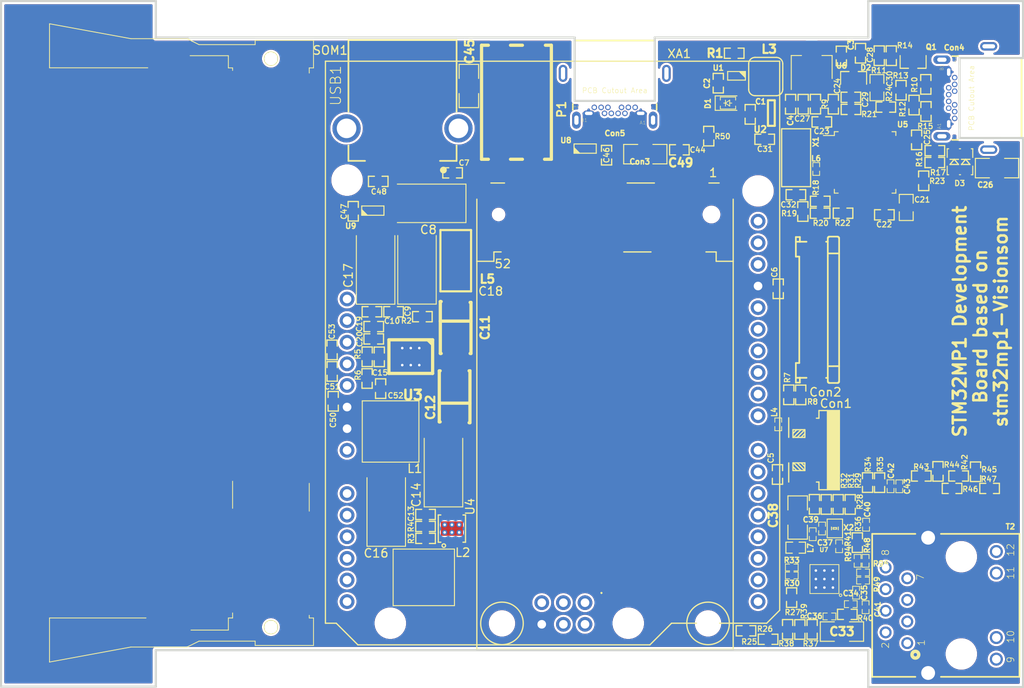
<source format=kicad_pcb>
(kicad_pcb (version 20171130) (host pcbnew 5.1.9-73d0e3b20d~88~ubuntu20.04.1)
  (title_block (title stm32mp1-custom-devboard) (date 2020-12-19) (rev V1.0) (company "Embedded System Labs"))
  (layers (0 F.Cu signal) (1 In1.Cu signal) (2 In2.Cu signal) (31 B.Cu signal) (34 B.Paste user) (35 F.Paste user) (36 B.SilkS user) (37 F.SilkS user) (38 B.Mask user) (39 F.Mask user) (44 Edge.Cuts user))
  (net 0 "")
  (net 1 GND)
  (net 2 "Net-(D1-Pad2)")
  (net 3 "/LCD+Touchscreen/Touchscreen Power Supply/VOUT_3.3V_250mA")
  (net 4 "Net-(C6-Pad1)")
  (net 5 "Net-(C10-Pad1)")
  (net 6 "Net-(C15-Pad2)")
  (net 7 "Net-(L1-Pad1)")
  (net 8 "Net-(L2-Pad1)")
  (net 9 "Net-(R2-Pad2)")
  (net 10 "Net-(R3-Pad2)")
  (net 11 3V3)
  (net 12 "/LCD+Touchscreen/LCD Backlight Controller/BACKLIGHT_HIGH")
  (net 13 5V)
  (net 14 "/STM32MP1 module/PA14_IRQ")
  (net 15 "/STM32MP1 module/PE2_I2C4_SDA")
  (net 16 "/STM32MP1 module/PE2_I2C4_SCL")
  (net 17 "/STM32MP1 module/PF10_GPIO")
  (net 18 /LCD+Touchscreen/LCD_MIPI_D1+)
  (net 19 /LCD+Touchscreen/LCD_MIPI_D0+)
  (net 20 /LCD+Touchscreen/LCD_MIPI_D0-)
  (net 21 /LCD+Touchscreen/LCD_MIPI_D1-)
  (net 22 /LCD+Touchscreen/LCD_MIPI_CLK-)
  (net 23 /LCD+Touchscreen/LCD_MIPI_CLK+)
  (net 24 /LCD+Touchscreen/LCD_TE)
  (net 25 /LCD+Touchscreen/LCD_RESET)
  (net 26 "/LCD+Touchscreen/LCD Backlight Controller/BACKLIGHT_LOW")
  (net 27 "Net-(SOM1-Pad100)")
  (net 28 "Net-(SOM1-Pad85)")
  (net 29 /LCD+Touchscreen/LCD_BACKLIGHT_PWM)
  (net 30 "Net-(L6-Pad1)")
  (net 31 "Net-(C27-Pad1)")
  (net 32 "Net-(C28-Pad1)")
  (net 33 "Net-(C31-Pad2)")
  (net 34 "Net-(C32-Pad2)")
  (net 35 "Net-(Con4-PadA6)")
  (net 36 "Net-(Con4-PadA7)")
  (net 37 "Net-(D3-Pad2)")
  (net 38 "Net-(D3-Pad3)")
  (net 39 "Net-(Q1-Pad2)")
  (net 40 "Net-(Q1-Pad1)")
  (net 41 "Net-(R12-Pad1)")
  (net 42 "Net-(R14-Pad2)")
  (net 43 "Net-(R15-Pad1)")
  (net 44 "Net-(R16-Pad2)")
  (net 45 "Net-(R18-Pad1)")
  (net 46 "Net-(R19-Pad2)")
  (net 47 "Net-(R20-Pad1)")
  (net 48 "Net-(R21-Pad2)")
  (net 49 "/STLink Module/JTMS")
  (net 50 "Net-(R23-Pad2)")
  (net 51 "Net-(R24-Pad2)")
  (net 52 "Net-(C33-Pad1)")
  (net 53 "Net-(C36-Pad1)")
  (net 54 "Net-(C37-Pad1)")
  (net 55 "Net-(C40-Pad1)")
  (net 56 "Net-(C41-Pad1)")
  (net 57 "Net-(C42-Pad2)")
  (net 58 "Net-(C43-Pad2)")
  (net 59 "/Ethernet Module/ETH_RX_N")
  (net 60 "/Ethernet Module/ETH_RX_P")
  (net 61 "/Ethernet Module/ETH_TX_N")
  (net 62 "/Ethernet Module/ETH_TX_P")
  (net 63 "/Ethernet Module/ENET-RXER")
  (net 64 "/Ethernet Module/ENET-CRS-DV")
  (net 65 "/Ethernet Module/ENET-IRQ")
  (net 66 "/Ethernet Module/ENET-RXD3")
  (net 67 "/Ethernet Module/ENET-RXD2")
  (net 68 "Net-(R30-Pad1)")
  (net 69 "/Ethernet Module/ENET-RXD1")
  (net 70 "/Ethernet Module/ENET-RXD0")
  (net 71 "Net-(R33-Pad1)")
  (net 72 "/Ethernet Module/ENET_MDC")
  (net 73 "/Ethernet Module/ENET-MDIO")
  (net 74 "Net-(R36-Pad2)")
  (net 75 "Net-(R37-Pad1)")
  (net 76 "Net-(R38-Pad2)")
  (net 77 "Net-(R41-Pad2)")
  (net 78 "/Ethernet Module/ENET-REFCLK")
  (net 79 "Net-(R42-Pad2)")
  (net 80 "Net-(R43-Pad2)")
  (net 81 "Net-(R46-Pad1)")
  (net 82 "Net-(R47-Pad1)")
  (net 83 VPP)
  (net 84 "Net-(C26-Pad2)")
  (net 85 "Net-(C49-Pad2)")
  (net 86 "Net-(Con5-PadA6)")
  (net 87 "Net-(Con5-PadA7)")
  (net 88 "Net-(U9-Pad4)")
  (net 89 "Net-(U9-Pad6)")
  (net 90 "Net-(C45-Pad2)")
  (net 91 "/USB Module/USB-C-ID")
  (module Connector_USB:Wurth-62900416021 (layer F.Cu) (at 140.25 73.81 180)
    (fp_text reference USB1 (at 7.13 4.19 90) (layer F.SilkS) (effects (font (size 1.2065 1.2065) (thickness 0.1016)) (justify right bottom)))
    (fp_text value USB-A-Wurth-62900416021)
    (pad 3 smd rect (at 1 -6.95 180) (size 1.12 2.88) (layers F.Cu F.Paste F.Mask) (net 88 "Net-(U9-Pad4)"))
    (pad 2 smd rect (at -1 -6.95 180) (size 1.12 2.88) (layers F.Cu F.Paste F.Mask) (net 89 "Net-(U9-Pad6)"))
    (pad 4 smd rect (at 3.5 -6.95 180) (size 1.12 2.88) (layers F.Cu F.Paste F.Mask) (net 1 GND))
    (pad 1 smd rect (at -3.5 -6.95 180) (size 1.12 2.88) (layers F.Cu F.Paste F.Mask) (net 13 5V))
    (pad SH thru_hole circle (at 6.57 -3.28 180) (size 3.316 3.316) (drill 2.3) (layers *.Cu *.Mask) (net 90 "Net-(C45-Pad2)"))
    (pad SH thru_hole circle (at -6.57 -3.28 180) (size 3.316 3.316) (drill 2.3) (layers *.Cu *.Mask) (net 90 "Net-(C45-Pad2)"))
  )
  (module RJ45_Ethernet_Transformer:WE-RJ45_74990101210 (layer F.Cu) (at 205.87 133.14 90)
    (fp_text reference T2 (at 9.25 5.76 180) (layer F.SilkS) (effects (font (size 0.635 0.635) (thickness 0.15875))))
    (fp_text value WE-RJ45_74990101210 hide)
    (fp_text user 7 (at 3.30454 -4.80568 90) (layer F.SilkS) (effects (font (size 0.8128 0.8128) (thickness 0.0762))))
    (fp_text user 1 (at -4.39166 -4.70408 90) (layer F.SilkS) (effects (font (size 0.8128 0.8128) (thickness 0.0762))))
    (fp_text user 8 (at 6.20522 -8.90524 90) (layer F.SilkS) (effects (font (size 0.8128 0.8128) (thickness 0.0762))))
    (fp_text user 2 (at -4.69138 -8.90524 90) (layer F.SilkS) (effects (font (size 0.8128 0.8128) (thickness 0.0762))))
    (fp_text user 12 (at 6.51256 5.7912 90) (layer F.SilkS) (effects (font (size 0.8128 0.8128) (thickness 0.0762))))
    (fp_text user 11 (at 3.81254 5.7912 90) (layer F.SilkS) (effects (font (size 0.8128 0.8128) (thickness 0.0762))))
    (fp_text user 10 (at -3.68554 5.7912 90) (layer F.SilkS) (effects (font (size 0.8128 0.8128) (thickness 0.0762))))
    (fp_text user 9 (at -6.39318 5.7912 90) (layer F.SilkS) (effects (font (size 0.8128 0.8128) (thickness 0.0762))))
    (pad "" np_thru_hole circle (at 5.715 0 90) (size 3.19786 3.19786) (drill 3.19786) (layers *.Cu *.Mask))
    (pad "" np_thru_hole circle (at -5.715 0 90) (size 3.19786 3.19786) (drill 3.19786) (layers *.Cu *.Mask))
    (pad Z2 thru_hole circle (at 7.94766 -3.8989 90) (size 2.44348 2.44348) (drill 1.62814) (layers *.Cu *.Paste *.Mask) (net 1 GND))
    (pad Z1 thru_hole circle (at -7.94766 -3.8989 90) (size 2.44348 2.44348) (drill 1.62814) (layers *.Cu *.Paste *.Mask) (net 1 GND))
    (pad 12 thru_hole circle (at 6.3246 4.10972 90) (size 1.52908 1.52908) (drill 1.01854) (layers *.Cu *.Paste *.Mask) (net 82 "Net-(R47-Pad1)"))
    (pad 11 thru_hole circle (at 3.7846 4.10972 90) (size 1.52908 1.52908) (drill 1.01854) (layers *.Cu *.Paste *.Mask) (net 11 3V3))
    (pad 10 thru_hole circle (at -3.7846 4.10972 90) (size 1.52908 1.52908) (drill 1.01854) (layers *.Cu *.Paste *.Mask) (net 81 "Net-(R46-Pad1)"))
    (pad 9 thru_hole circle (at -6.3246 4.10972 90) (size 1.52908 1.52908) (drill 1.01854) (layers *.Cu *.Paste *.Mask) (net 11 3V3))
    (pad 8 thru_hole circle (at 4.43992 -8.89 90) (size 1.397 1.397) (drill 0.889) (layers *.Cu *.Paste *.Mask))
    (pad 7 thru_hole circle (at 3.17754 -6.35 90) (size 1.397 1.397) (drill 0.889) (layers *.Cu *.Paste *.Mask))
    (pad 6 thru_hole circle (at 1.89992 -8.89 90) (size 1.397 1.397) (drill 0.889) (layers *.Cu *.Paste *.Mask) (net 59 "/Ethernet Module/ETH_RX_N"))
    (pad 5 thru_hole circle (at 0.63754 -6.35 90) (size 1.397 1.397) (drill 0.889) (layers *.Cu *.Paste *.Mask) (net 58 "Net-(C43-Pad2)"))
    (pad 4 thru_hole circle (at -0.63754 -8.89 90) (size 1.397 1.397) (drill 0.889) (layers *.Cu *.Paste *.Mask) (net 57 "Net-(C42-Pad2)"))
    (pad 3 thru_hole circle (at -1.89992 -6.35 90) (size 1.397 1.397) (drill 0.889) (layers *.Cu *.Paste *.Mask) (net 60 "/Ethernet Module/ETH_RX_P"))
    (pad 2 thru_hole circle (at -3.17754 -8.89 90) (size 1.397 1.397) (drill 0.889) (layers *.Cu *.Paste *.Mask) (net 61 "/Ethernet Module/ETH_TX_N"))
    (pad 1 thru_hole circle (at -4.43992 -6.35 90) (size 1.397 1.397) (drill 0.889) (layers *.Cu *.Paste *.Mask) (net 62 "/Ethernet Module/ETH_TX_P"))
  )
  (module Stm32_Microcontrollers:STM32F103CBT6 (layer F.Cu) (at 194.57 81.09)
    (fp_text reference U5 (at 4.41 -4.46) (layer F.SilkS) (effects (font (size 0.635 0.635) (thickness 0.15875))))
    (fp_text value "STM32F103C(8-B)Tx")
    (pad 48 smd roundrect (at -2.75 -4.1625) (size 0.3 1.475) (layers F.Cu F.Paste F.Mask) (net 11 3V3) (clearance 0.07))
    (pad 47 smd roundrect (at -2.25 -4.1625) (size 0.3 1.475) (layers F.Cu F.Paste F.Mask) (net 1 GND) (clearance 0.07))
    (pad 46 smd roundrect (at -1.75 -4.1625) (size 0.3 1.475) (layers F.Cu F.Paste F.Mask) (clearance 0.07))
    (pad 45 smd roundrect (at -1.25 -4.1625) (size 0.3 1.475) (layers F.Cu F.Paste F.Mask) (clearance 0.07))
    (pad 44 smd roundrect (at -0.75 -4.1625) (size 0.3 1.475) (layers F.Cu F.Paste F.Mask) (net 48 "Net-(R21-Pad2)") (clearance 0.07))
    (pad 43 smd roundrect (at -0.25 -4.1625) (size 0.3 1.475) (layers F.Cu F.Paste F.Mask) (clearance 0.07))
    (pad 42 smd roundrect (at 0.25 -4.1625) (size 0.3 1.475) (layers F.Cu F.Paste F.Mask) (clearance 0.07))
    (pad 41 smd roundrect (at 0.75 -4.1625) (size 0.3 1.475) (layers F.Cu F.Paste F.Mask) (clearance 0.07))
    (pad 40 smd roundrect (at 1.25 -4.1625) (size 0.3 1.475) (layers F.Cu F.Paste F.Mask) (clearance 0.07))
    (pad 39 smd roundrect (at 1.75 -4.1625) (size 0.3 1.475) (layers F.Cu F.Paste F.Mask) (net 51 "Net-(R24-Pad2)") (clearance 0.07))
    (pad 38 smd roundrect (at 2.25 -4.1625) (size 0.3 1.475) (layers F.Cu F.Paste F.Mask) (net 42 "Net-(R14-Pad2)") (clearance 0.07))
    (pad 37 smd roundrect (at 2.75 -4.1625) (size 0.3 1.475) (layers F.Cu F.Paste F.Mask) (clearance 0.07))
    (pad 36 smd roundrect (at 4.1625 -2.75) (size 1.475 0.3) (layers F.Cu F.Paste F.Mask) (net 11 3V3) (clearance 0.07))
    (pad 35 smd roundrect (at 4.1625 -2.25) (size 1.475 0.3) (layers F.Cu F.Paste F.Mask) (net 1 GND) (clearance 0.07))
    (pad 34 smd roundrect (at 4.1625 -1.75) (size 1.475 0.3) (layers F.Cu F.Paste F.Mask) (clearance 0.07))
    (pad 33 smd roundrect (at 4.1625 -1.25) (size 1.475 0.3) (layers F.Cu F.Paste F.Mask) (net 43 "Net-(R15-Pad1)") (clearance 0.07))
    (pad 32 smd roundrect (at 4.1625 -0.75) (size 1.475 0.3) (layers F.Cu F.Paste F.Mask) (net 41 "Net-(R12-Pad1)") (clearance 0.07))
    (pad 31 smd roundrect (at 4.1625 -0.25) (size 1.475 0.3) (layers F.Cu F.Paste F.Mask) (clearance 0.07))
    (pad 30 smd roundrect (at 4.1625 0.25) (size 1.475 0.3) (layers F.Cu F.Paste F.Mask) (net 44 "Net-(R16-Pad2)") (clearance 0.07))
    (pad 29 smd roundrect (at 4.1625 0.75) (size 1.475 0.3) (layers F.Cu F.Paste F.Mask) (clearance 0.07))
    (pad 28 smd roundrect (at 4.1625 1.25) (size 1.475 0.3) (layers F.Cu F.Paste F.Mask) (clearance 0.07))
    (pad 27 smd roundrect (at 4.1625 1.75) (size 1.475 0.3) (layers F.Cu F.Paste F.Mask) (net 49 "/STLink Module/JTMS") (clearance 0.07))
    (pad 26 smd roundrect (at 4.1625 2.25) (size 1.475 0.3) (layers F.Cu F.Paste F.Mask) (clearance 0.07))
    (pad 25 smd roundrect (at 4.1625 2.75) (size 1.475 0.3) (layers F.Cu F.Paste F.Mask) (net 50 "Net-(R23-Pad2)") (clearance 0.07))
    (pad 24 smd roundrect (at 2.75 4.1625) (size 0.3 1.475) (layers F.Cu F.Paste F.Mask) (net 11 3V3) (clearance 0.07))
    (pad 23 smd roundrect (at 2.25 4.1625) (size 0.3 1.475) (layers F.Cu F.Paste F.Mask) (net 1 GND) (clearance 0.07))
    (pad 22 smd roundrect (at 1.75 4.1625) (size 0.3 1.475) (layers F.Cu F.Paste F.Mask) (clearance 0.07))
    (pad 21 smd roundrect (at 1.25 4.1625) (size 0.3 1.475) (layers F.Cu F.Paste F.Mask) (clearance 0.07))
    (pad 20 smd roundrect (at 0.75 4.1625) (size 0.3 1.475) (layers F.Cu F.Paste F.Mask) (net 1 GND) (clearance 0.07))
    (pad 19 smd roundrect (at 0.25 4.1625) (size 0.3 1.475) (layers F.Cu F.Paste F.Mask) (clearance 0.07))
    (pad 18 smd roundrect (at -0.25 4.1625) (size 0.3 1.475) (layers F.Cu F.Paste F.Mask) (clearance 0.07))
    (pad 17 smd roundrect (at -0.75 4.1625) (size 0.3 1.475) (layers F.Cu F.Paste F.Mask) (clearance 0.07))
    (pad 16 smd roundrect (at -1.25 4.1625) (size 0.3 1.475) (layers F.Cu F.Paste F.Mask) (clearance 0.07))
    (pad 15 smd roundrect (at -1.75 4.1625) (size 0.3 1.475) (layers F.Cu F.Paste F.Mask) (clearance 0.07))
    (pad 14 smd roundrect (at -2.25 4.1625) (size 0.3 1.475) (layers F.Cu F.Paste F.Mask) (clearance 0.07))
    (pad 13 smd roundrect (at -2.75 4.1625) (size 0.3 1.475) (layers F.Cu F.Paste F.Mask) (clearance 0.07))
    (pad 12 smd roundrect (at -4.1625 2.75) (size 1.475 0.3) (layers F.Cu F.Paste F.Mask) (clearance 0.07))
    (pad 11 smd roundrect (at -4.1625 2.25) (size 1.475 0.3) (layers F.Cu F.Paste F.Mask) (clearance 0.07))
    (pad 10 smd roundrect (at -4.1625 1.75) (size 1.475 0.3) (layers F.Cu F.Paste F.Mask) (net 46 "Net-(R19-Pad2)") (clearance 0.07))
    (pad 9 smd roundrect (at -4.1625 1.25) (size 1.475 0.3) (layers F.Cu F.Paste F.Mask) (net 30 "Net-(L6-Pad1)") (clearance 0.07))
    (pad 8 smd roundrect (at -4.1625 0.75) (size 1.475 0.3) (layers F.Cu F.Paste F.Mask) (net 1 GND) (clearance 0.07))
    (pad 7 smd roundrect (at -4.1625 0.25) (size 1.475 0.3) (layers F.Cu F.Paste F.Mask) (net 31 "Net-(C27-Pad1)") (clearance 0.07))
    (pad 6 smd roundrect (at -4.1625 -0.25) (size 1.475 0.3) (layers F.Cu F.Paste F.Mask) (net 34 "Net-(C32-Pad2)") (clearance 0.07))
    (pad 5 smd roundrect (at -4.1625 -0.75) (size 1.475 0.3) (layers F.Cu F.Paste F.Mask) (net 33 "Net-(C31-Pad2)") (clearance 0.07))
    (pad 4 smd roundrect (at -4.1625 -1.25) (size 1.475 0.3) (layers F.Cu F.Paste F.Mask) (clearance 0.07))
    (pad 3 smd roundrect (at -4.1625 -1.75) (size 1.475 0.3) (layers F.Cu F.Paste F.Mask) (net 45 "Net-(R18-Pad1)") (clearance 0.07))
    (pad 2 smd roundrect (at -4.1625 -2.25) (size 1.475 0.3) (layers F.Cu F.Paste F.Mask) (net 47 "Net-(R20-Pad1)") (clearance 0.07))
    (pad 1 smd roundrect (at -4.1625 -2.75) (size 1.475 0.3) (layers F.Cu F.Paste F.Mask) (net 11 3V3) (clearance 0.07))
  )
  (module Capacitors_Smd_0603:1uF_0603 (layer F.Cu) (at 181.08 75.44 270)
    (fp_text reference C1 (at -1.5 -1.22 180) (layer F.SilkS) (effects (font (size 0.635 0.635) (thickness 0.15875))))
    (fp_text value 1uF/6V3 hide)
    (pad 1 smd rect (at -0.7 0 270) (size 0.6 1) (layers F.Cu F.Paste F.Mask) (net 11 3V3) (clearance 0.03))
    (pad 2 smd rect (at 0.7 0 270) (size 0.6 1) (layers F.Cu F.Paste F.Mask) (net 1 GND) (clearance 0.03))
  )
  (module Capacitors_Smd_0603:4_7uF_0603 (layer F.Cu) (at 177.33 71.78 90)
    (fp_text reference C2 (at -0.02 -1.33 270) (layer F.SilkS) (effects (font (size 0.635 0.635) (thickness 0.15875))))
    (fp_text value 4.7uF/35V hide)
    (pad 1 smd rect (at -0.7 0 90) (size 0.6 1) (layers F.Cu F.Paste F.Mask) (net 12 "/LCD+Touchscreen/LCD Backlight Controller/BACKLIGHT_HIGH") (clearance 0.03))
    (pad 2 smd rect (at 0.7 0 90) (size 0.6 1) (layers F.Cu F.Paste F.Mask) (net 1 GND) (clearance 0.03))
  )
  (module Diodes:NSR0530H-D_SOD323 (layer F.Cu) (at 178.47 74.12)
    (fp_text reference D1 (at -2.37 0.05 -90) (layer F.SilkS) (effects (font (size 0.635 0.635) (thickness 0.15875))))
    (fp_text value NSR0530H-D hide)
    (pad 2 smd rect (at 1.05 0) (size 0.6 0.45) (layers F.Cu F.Paste F.Mask) (net 2 "Net-(D1-Pad2)") (clearance 0.08))
    (pad 1 smd rect (at -1.05 0) (size 0.6 0.45) (layers F.Cu F.Paste F.Mask) (net 12 "/LCD+Touchscreen/LCD Backlight Controller/BACKLIGHT_HIGH") (clearance 0.08))
  )
  (module Inductors:4u7H_SMD_CD32 (layer F.Cu) (at 182.9 71 90)
    (fp_text reference L3 (at 3.22 0.4 180) (layer F.SilkS) (effects (font (thickness 0.25))))
    (fp_text value 4u7H_CD32_SMD_Coil)
    (pad 1 smd roundrect (at -1.3 0 90) (size 1.4 3.5) (layers F.Cu F.Paste F.Mask) (net 11 3V3) (clearance 0.1))
    (pad 2 smd roundrect (at 1.3 0 90) (size 1.4 3.5) (layers F.Cu F.Paste F.Mask) (net 2 "Net-(D1-Pad2)") (clearance 0.1))
  )
  (module Resistor_Smd_0603:10R_0603 (layer F.Cu) (at 179.2 68.26)
    (fp_text reference R1 (at -2.25 0) (layer F.SilkS) (effects (font (thickness 0.25))))
    (fp_text value 10R/1%/0.1Wat hide)
    (pad 1 smd rect (at -0.7 0) (size 0.6 1) (layers F.Cu F.Paste F.Mask) (net 26 "/LCD+Touchscreen/LCD Backlight Controller/BACKLIGHT_LOW") (clearance 0.03))
    (pad 2 smd rect (at 0.7 0) (size 0.6 1) (layers F.Cu F.Paste F.Mask) (net 1 GND) (clearance 0.03))
  )
  (module Lcd_Backlight_Drivers:TPS61169DCKR (layer F.Cu) (at 179.43 70.92 180)
    (fp_text reference U1 (at 2.1 0.94) (layer F.SilkS) (effects (font (size 0.635 0.635) (thickness 0.15875))))
    (fp_text value TPS61169DCKR hide)
    (pad 5 smd oval (at -0.65 -1.1 180) (size 0.35 0.85) (layers F.Cu F.Paste F.Mask) (net 11 3V3) (clearance 0.08))
    (pad 4 smd oval (at 0.65 -1.1 180) (size 0.35 0.85) (layers F.Cu F.Paste F.Mask) (net 29 /LCD+Touchscreen/LCD_BACKLIGHT_PWM) (clearance 0.08))
    (pad 3 smd oval (at 0.65 1.1 180) (size 0.35 0.85) (layers F.Cu F.Paste F.Mask) (net 26 "/LCD+Touchscreen/LCD Backlight Controller/BACKLIGHT_LOW") (clearance 0.08))
    (pad 2 smd oval (at 0 1.1 180) (size 0.35 0.85) (layers F.Cu F.Paste F.Mask) (net 1 GND) (clearance 0.08))
    (pad 1 smd oval (at -0.65 1.1 180) (size 0.35 0.85) (layers F.Cu F.Paste F.Mask) (net 2 "Net-(D1-Pad2)") (clearance 0.08))
  )
  (module Capacitors_Smd_0603:100nF_0603 (layer F.Cu) (at 191.78 68.58 90)
    (fp_text reference C3 (at 1.31 1.12 270) (layer F.SilkS) (effects (font (size 0.635 0.635) (thickness 0.15875))))
    (fp_text value 100nF/50V hide)
    (pad 2 smd rect (at 0.7 0 90) (size 0.6 1) (layers F.Cu F.Paste F.Mask) (net 1 GND) (clearance 0.03))
    (pad 1 smd rect (at -0.7 0 90) (size 0.6 1) (layers F.Cu F.Paste F.Mask) (net 11 3V3) (clearance 0.03))
  )
  (module Capacitors_Smd_0603:100nF_0603 (layer F.Cu) (at 185.82 74.25 270)
    (fp_text reference C4 (at 1.91 0.02 270) (layer F.SilkS) (effects (font (size 0.635 0.635) (thickness 0.15875))))
    (fp_text value 100nF/50V hide)
    (pad 1 smd rect (at -0.7 0 270) (size 0.6 1) (layers F.Cu F.Paste F.Mask) (net 3 "/LCD+Touchscreen/Touchscreen Power Supply/VOUT_3.3V_250mA") (clearance 0.03))
    (pad 2 smd rect (at 0.7 0 270) (size 0.6 1) (layers F.Cu F.Paste F.Mask) (net 1 GND) (clearance 0.03))
  )
  (module Linear:MCP1703T-3302E_SOT23 (layer F.Cu) (at 183.56 75.29 270)
    (fp_text reference U2 (at 1.92 1.31 180) (layer F.SilkS) (effects (font (size 0.762 0.762) (thickness 0.1905))))
    (fp_text value MCP1703T-3302E hide)
    (pad 2 smd rect (at -0.889 -1.016 270) (size 0.9144 0.9144) (layers F.Cu F.Paste F.Mask) (net 3 "/LCD+Touchscreen/Touchscreen Power Supply/VOUT_3.3V_250mA") (clearance 0.03))
    (pad 1 smd rect (at 0.889 -1.016 270) (size 0.9144 0.9144) (layers F.Cu F.Paste F.Mask) (net 1 GND) (clearance 0.03))
    (pad 3 smd rect (at 0 1.016 270) (size 0.9144 0.9144) (layers F.Cu F.Paste F.Mask) (net 11 3V3) (clearance 0.03))
  )
  (module Capacitors_Smd_0603:100nF_0603 (layer F.Cu) (at 184.28 117.76 270)
    (fp_text reference C5 (at -1.94 0.78 270) (layer F.SilkS) (effects (font (size 0.635 0.635) (thickness 0.127))))
    (fp_text value 100nF/50V hide)
    (pad 2 smd rect (at 0.7 0 270) (size 0.6 1) (layers F.Cu F.Paste F.Mask) (net 1 GND) (clearance 0.03))
    (pad 1 smd rect (at -0.7 0 270) (size 0.6 1) (layers F.Cu F.Paste F.Mask) (net 3 "/LCD+Touchscreen/Touchscreen Power Supply/VOUT_3.3V_250mA") (clearance 0.03))
  )
  (module Capacitors_Smd_0603:100nF_0603 (layer F.Cu) (at 184.37 95.94 90)
    (fp_text reference C6 (at 1.95 -0.44 90) (layer F.SilkS) (effects (font (size 0.635 0.635) (thickness 0.127))))
    (fp_text value 100nF/50V hide)
    (pad 1 smd rect (at -0.7 0 90) (size 0.6 1) (layers F.Cu F.Paste F.Mask) (net 4 "Net-(C6-Pad1)") (clearance 0.03))
    (pad 2 smd rect (at 0.7 0 90) (size 0.6 1) (layers F.Cu F.Paste F.Mask) (net 1 GND) (clearance 0.03))
  )
  (module Inductors:BLM15HG601SN1D_0402 (layer F.Cu) (at 184.37 111.87 270)
    (fp_text reference L4 (at -1.43 0.46 90) (layer F.SilkS) (effects (font (size 0.635 0.635))))
    (fp_text value BLM15HG601SN1D)
    (pad 2 smd rect (at 0.45 0 270) (size 0.4 0.6) (layers F.Cu F.Paste F.Mask) (net 3 "/LCD+Touchscreen/Touchscreen Power Supply/VOUT_3.3V_250mA") (clearance 0.07))
    (pad 1 smd rect (at -0.45 0 270) (size 0.4 0.6) (layers F.Cu F.Paste F.Mask) (net 4 "Net-(C6-Pad1)") (clearance 0.07))
  )
  (module Fpc_Connectors:52746-0671 (layer F.Cu) (at 187.3 114.9 90)
    (fp_text reference Con1 (at 5.48 3.84 180) (layer F.SilkS))
    (fp_text value 52746-0671)
    (pad 1 smd rect (at -1.25 -2 90) (size 0.3 0.8) (layers F.Cu F.Paste F.Mask) (net 1 GND))
    (pad 2 smd rect (at -0.75 -2 90) (size 0.3 0.8) (layers F.Cu F.Paste F.Mask) (net 3 "/LCD+Touchscreen/Touchscreen Power Supply/VOUT_3.3V_250mA"))
    (pad 3 smd rect (at -0.25 -2 90) (size 0.3 0.8) (layers F.Cu F.Paste F.Mask) (net 14 "/STM32MP1 module/PA14_IRQ"))
    (pad 4 smd rect (at 0.25 -2 90) (size 0.3 0.8) (layers F.Cu F.Paste F.Mask) (net 15 "/STM32MP1 module/PE2_I2C4_SDA"))
    (pad 5 smd rect (at 0.75 -2 90) (size 0.3 0.8) (layers F.Cu F.Paste F.Mask) (net 16 "/STM32MP1 module/PE2_I2C4_SCL"))
    (pad 6 smd rect (at 1.25 -2 90) (size 0.3 0.8) (layers F.Cu F.Paste F.Mask) (net 17 "/STM32MP1 module/PF10_GPIO"))
    (pad 0 smd rect (at -3.15 -0.075 90) (size 1.3 3.05) (layers F.Cu F.Paste F.Mask))
    (pad 0 smd rect (at -4.35 -0.5 90) (size 1.1 2.2) (layers F.Cu F.Paste F.Mask))
    (pad 0 smd rect (at 3.15 -0.075 90) (size 1.3 3.05) (layers F.Cu F.Paste F.Mask))
    (pad 0 smd rect (at 4.35 -0.5 90) (size 1.1 2.2) (layers F.Cu F.Paste F.Mask))
  )
  (module Fpc_Connectors:505110-2491 (layer F.Cu) (at 188.11 98.41 270)
    (fp_text reference Con2 (at 9.68 -1.79 180) (layer F.SilkS))
    (fp_text value 505110-2491)
    (pad 24 smd roundrect (at 5.75 1.93 270) (size 0.3 1) (layers F.Cu F.Paste F.Mask) (clearance 0.03))
    (pad 18 smd roundrect (at 2.75 1.93 270) (size 0.3 1) (layers F.Cu F.Paste F.Mask) (net 18 /LCD+Touchscreen/LCD_MIPI_D1+) (clearance 0.03))
    (pad 21 smd roundrect (at 4.25 1.93 270) (size 0.3 1) (layers F.Cu F.Paste F.Mask) (net 19 /LCD+Touchscreen/LCD_MIPI_D0+) (clearance 0.03))
    (pad 22 smd roundrect (at 4.75 1.93 270) (size 0.3 1) (layers F.Cu F.Paste F.Mask) (net 20 /LCD+Touchscreen/LCD_MIPI_D0-) (clearance 0.03))
    (pad 23 smd roundrect (at 5.25 1.93 270) (size 0.3 1) (layers F.Cu F.Paste F.Mask) (net 1 GND) (clearance 0.03))
    (pad 20 smd roundrect (at 3.75 1.93 270) (size 0.3 1) (layers F.Cu F.Paste F.Mask) (net 1 GND) (clearance 0.03))
    (pad 19 smd roundrect (at 3.25 1.93 270) (size 0.3 1) (layers F.Cu F.Paste F.Mask) (net 21 /LCD+Touchscreen/LCD_MIPI_D1-) (clearance 0.03))
    (pad 17 smd roundrect (at 2.25 1.93 270) (size 0.3 1) (layers F.Cu F.Paste F.Mask) (net 1 GND) (clearance 0.03))
    (pad 16 smd roundrect (at 1.75 1.93 270) (size 0.3 1) (layers F.Cu F.Paste F.Mask) (net 22 /LCD+Touchscreen/LCD_MIPI_CLK-) (clearance 0.03))
    (pad 15 smd roundrect (at 1.25 1.93 270) (size 0.3 1) (layers F.Cu F.Paste F.Mask) (net 23 /LCD+Touchscreen/LCD_MIPI_CLK+) (clearance 0.03))
    (pad 9 smd roundrect (at -1.75 1.93 270) (size 0.3 1) (layers F.Cu F.Paste F.Mask) (net 4 "Net-(C6-Pad1)") (clearance 0.03))
    (pad 10 smd roundrect (at -1.25 1.93 270) (size 0.3 1) (layers F.Cu F.Paste F.Mask) (net 4 "Net-(C6-Pad1)") (clearance 0.03))
    (pad 13 smd roundrect (at 0.25 1.93 270) (size 0.3 1) (layers F.Cu F.Paste F.Mask) (net 24 /LCD+Touchscreen/LCD_TE) (clearance 0.03))
    (pad 14 smd roundrect (at 0.75 1.93 270) (size 0.3 1) (layers F.Cu F.Paste F.Mask) (net 1 GND) (clearance 0.03))
    (pad 11 smd roundrect (at -0.75 1.93 270) (size 0.3 1) (layers F.Cu F.Paste F.Mask) (net 1 GND) (clearance 0.03))
    (pad 12 smd roundrect (at -0.25 1.93 270) (size 0.3 1) (layers F.Cu F.Paste F.Mask) (net 25 /LCD+Touchscreen/LCD_RESET) (clearance 0.03))
    (pad 5 smd roundrect (at -3.75 1.93 270) (size 0.3 1) (layers F.Cu F.Paste F.Mask) (clearance 0.03))
    (pad 6 smd roundrect (at -3.25 1.93 270) (size 0.3 1) (layers F.Cu F.Paste F.Mask) (net 1 GND) (clearance 0.03))
    (pad 7 smd roundrect (at -2.75 1.93 270) (size 0.3 1) (layers F.Cu F.Paste F.Mask) (clearance 0.03))
    (pad 8 smd roundrect (at -2.25 1.93 270) (size 0.3 1) (layers F.Cu F.Paste F.Mask) (clearance 0.03))
    (pad 3 smd roundrect (at -4.75 1.93 270) (size 0.3 1) (layers F.Cu F.Paste F.Mask) (net 12 "/LCD+Touchscreen/LCD Backlight Controller/BACKLIGHT_HIGH") (clearance 0.03))
    (pad 4 smd roundrect (at -4.25 1.93 270) (size 0.3 1) (layers F.Cu F.Paste F.Mask) (clearance 0.03))
    (pad 2 smd roundrect (at -5.25 1.93 270) (size 0.3 1) (layers F.Cu F.Paste F.Mask) (net 26 "/LCD+Touchscreen/LCD Backlight Controller/BACKLIGHT_LOW") (clearance 0.03))
    (pad 1 smd roundrect (at -5.75 1.93 270) (size 0.3 1) (layers F.Cu F.Paste F.Mask) (clearance 0.03))
    (pad ~ smd roundrect (at 7.79 -0.73 270) (size 2 2) (layers F.Cu F.Paste F.Mask) (clearance 0.03))
    (pad ~ smd roundrect (at -7.81 -0.73 270) (size 2 2) (layers F.Cu F.Paste F.Mask) (clearance 0.03))
  )
  (module SomLabs_SOM:VisionSOM-STM32MP1 (layer F.Cu) (at 124.8 102.3 180)
    (fp_text reference SOM1 (at -6.97 34.38 180) (layer F.SilkS))
    (fp_text value VisionSOM-STM32MP1)
    (pad 0 smd rect (at 12 -32.55 180) (size 4.6 4.5) (layers F.Cu F.Paste F.Mask) (clearance 0.06))
    (pad 200 smd rect (at 4.1 31.65 180) (size 2 0.35) (layers F.Cu F.Paste F.Mask) (net 1 GND) (clearance 0.06))
    (pad 198 smd rect (at 4.1 31.05 180) (size 2 0.35) (layers F.Cu F.Paste F.Mask) (clearance 0.06))
    (pad 196 smd rect (at 4.1 30.45 180) (size 2 0.35) (layers F.Cu F.Paste F.Mask) (clearance 0.06))
    (pad 194 smd rect (at 4.1 29.85 180) (size 2 0.35) (layers F.Cu F.Paste F.Mask) (net 18 /LCD+Touchscreen/LCD_MIPI_D1+) (clearance 0.06))
    (pad 192 smd rect (at 4.1 29.25 180) (size 2 0.35) (layers F.Cu F.Paste F.Mask) (net 21 /LCD+Touchscreen/LCD_MIPI_D1-) (clearance 0.06))
    (pad 190 smd rect (at 4.1 28.65 180) (size 2 0.35) (layers F.Cu F.Paste F.Mask) (clearance 0.06))
    (pad 188 smd rect (at 4.1 28.05 180) (size 2 0.35) (layers F.Cu F.Paste F.Mask) (net 19 /LCD+Touchscreen/LCD_MIPI_D0+) (clearance 0.06))
    (pad 186 smd rect (at 4.1 27.45 180) (size 2 0.35) (layers F.Cu F.Paste F.Mask) (net 20 /LCD+Touchscreen/LCD_MIPI_D0-) (clearance 0.06))
    (pad 184 smd rect (at 4.1 26.85 180) (size 2 0.35) (layers F.Cu F.Paste F.Mask) (net 1 GND) (clearance 0.06))
    (pad 182 smd rect (at 4.1 26.25 180) (size 2 0.35) (layers F.Cu F.Paste F.Mask) (net 1 GND) (clearance 0.06))
    (pad 180 smd rect (at 4.1 25.65 180) (size 2 0.35) (layers F.Cu F.Paste F.Mask) (net 1 GND) (clearance 0.06))
    (pad 178 smd rect (at 4.1 25.05 180) (size 2 0.35) (layers F.Cu F.Paste F.Mask) (net 1 GND) (clearance 0.06))
    (pad 176 smd rect (at 4.1 24.45 180) (size 2 0.35) (layers F.Cu F.Paste F.Mask) (net 1 GND) (clearance 0.06))
    (pad 174 smd rect (at 4.1 23.85 180) (size 2 0.35) (layers F.Cu F.Paste F.Mask) (net 1 GND) (clearance 0.06))
    (pad 172 smd rect (at 4.1 23.25 180) (size 2 0.35) (layers F.Cu F.Paste F.Mask) (net 1 GND) (clearance 0.06))
    (pad 170 smd rect (at 4.1 22.65 180) (size 2 0.35) (layers F.Cu F.Paste F.Mask) (net 1 GND) (clearance 0.06))
    (pad 168 smd rect (at 4.1 22.05 180) (size 2 0.35) (layers F.Cu F.Paste F.Mask) (net 1 GND) (clearance 0.06))
    (pad 166 smd rect (at 4.1 21.45 180) (size 2 0.35) (layers F.Cu F.Paste F.Mask) (clearance 0.06))
    (pad 164 smd rect (at 4.1 20.85 180) (size 2 0.35) (layers F.Cu F.Paste F.Mask) (clearance 0.06))
    (pad 162 smd rect (at 4.1 20.25 180) (size 2 0.35) (layers F.Cu F.Paste F.Mask) (clearance 0.06))
    (pad 160 smd rect (at 4.1 19.65 180) (size 2 0.35) (layers F.Cu F.Paste F.Mask) (clearance 0.06))
    (pad 158 smd rect (at 4.1 19.05 180) (size 2 0.35) (layers F.Cu F.Paste F.Mask) (clearance 0.06))
    (pad 156 smd rect (at 4.1 18.45 180) (size 2 0.35) (layers F.Cu F.Paste F.Mask) (net 1 GND) (clearance 0.06))
    (pad 154 smd rect (at 4.1 17.85 180) (size 2 0.35) (layers F.Cu F.Paste F.Mask) (clearance 0.06))
    (pad 152 smd rect (at 4.1 17.25 180) (size 2 0.35) (layers F.Cu F.Paste F.Mask) (clearance 0.06))
    (pad 150 smd rect (at 4.1 16.65 180) (size 2 0.35) (layers F.Cu F.Paste F.Mask) (clearance 0.06))
    (pad 148 smd rect (at 4.1 16.05 180) (size 2 0.35) (layers F.Cu F.Paste F.Mask) (clearance 0.06))
    (pad 146 smd rect (at 4.1 15.45 180) (size 2 0.35) (layers F.Cu F.Paste F.Mask) (net 1 GND) (clearance 0.06))
    (pad 144 smd rect (at 4.1 14.85 180) (size 2 0.35) (layers F.Cu F.Paste F.Mask) (clearance 0.06))
    (pad 142 smd rect (at 4.1 14.25 180) (size 2 0.35) (layers F.Cu F.Paste F.Mask) (clearance 0.06))
    (pad 140 smd rect (at 4.1 13.65 180) (size 2 0.35) (layers F.Cu F.Paste F.Mask) (clearance 0.06))
    (pad 138 smd rect (at 4.1 13.05 180) (size 2 0.35) (layers F.Cu F.Paste F.Mask) (clearance 0.06))
    (pad 136 smd rect (at 4.1 12.45 180) (size 2 0.35) (layers F.Cu F.Paste F.Mask) (net 1 GND) (clearance 0.06))
    (pad 134 smd rect (at 4.1 11.85 180) (size 2 0.35) (layers F.Cu F.Paste F.Mask) (clearance 0.06))
    (pad 132 smd rect (at 4.1 11.25 180) (size 2 0.35) (layers F.Cu F.Paste F.Mask) (net 1 GND) (clearance 0.06))
    (pad 130 smd rect (at 4.1 10.65 180) (size 2 0.35) (layers F.Cu F.Paste F.Mask) (net 1 GND) (clearance 0.06))
    (pad 128 smd rect (at 4.1 10.05 180) (size 2 0.35) (layers F.Cu F.Paste F.Mask) (net 1 GND) (clearance 0.06))
    (pad 126 smd rect (at 4.1 9.45 180) (size 2 0.35) (layers F.Cu F.Paste F.Mask) (clearance 0.06))
    (pad 124 smd rect (at 4.1 8.85 180) (size 2 0.35) (layers F.Cu F.Paste F.Mask) (clearance 0.06))
    (pad 122 smd rect (at 4.1 8.25 180) (size 2 0.35) (layers F.Cu F.Paste F.Mask) (clearance 0.06))
    (pad 120 smd rect (at 4.1 7.65 180) (size 2 0.35) (layers F.Cu F.Paste F.Mask) (net 1 GND) (clearance 0.06))
    (pad 118 smd rect (at 4.1 7.05 180) (size 2 0.35) (layers F.Cu F.Paste F.Mask) (clearance 0.06))
    (pad 116 smd rect (at 4.1 6.45 180) (size 2 0.35) (layers F.Cu F.Paste F.Mask) (net 1 GND) (clearance 0.06))
    (pad 114 smd rect (at 4.1 5.85 180) (size 2 0.35) (layers F.Cu F.Paste F.Mask) (clearance 0.06))
    (pad 112 smd rect (at 4.1 5.25 180) (size 2 0.35) (layers F.Cu F.Paste F.Mask) (net 27 "Net-(SOM1-Pad100)") (clearance 0.06))
    (pad 110 smd rect (at 4.1 4.65 180) (size 2 0.35) (layers F.Cu F.Paste F.Mask) (net 27 "Net-(SOM1-Pad100)") (clearance 0.06))
    (pad 108 smd rect (at 4.1 4.05 180) (size 2 0.35) (layers F.Cu F.Paste F.Mask) (net 27 "Net-(SOM1-Pad100)") (clearance 0.06))
    (pad 106 smd rect (at 4.1 3.45 180) (size 2 0.35) (layers F.Cu F.Paste F.Mask) (net 27 "Net-(SOM1-Pad100)") (clearance 0.06))
    (pad 104 smd rect (at 4.1 2.85 180) (size 2 0.35) (layers F.Cu F.Paste F.Mask) (net 27 "Net-(SOM1-Pad100)") (clearance 0.06))
    (pad 102 smd rect (at 4.1 2.25 180) (size 2 0.35) (layers F.Cu F.Paste F.Mask) (net 27 "Net-(SOM1-Pad100)") (clearance 0.06))
    (pad 100 smd rect (at 4.1 1.65 180) (size 2 0.35) (layers F.Cu F.Paste F.Mask) (net 27 "Net-(SOM1-Pad100)") (clearance 0.06))
    (pad 98 smd rect (at 4.1 1.05 180) (size 2 0.35) (layers F.Cu F.Paste F.Mask) (net 27 "Net-(SOM1-Pad100)") (clearance 0.06))
    (pad 96 smd rect (at 4.1 0.45 180) (size 2 0.35) (layers F.Cu F.Paste F.Mask) (net 27 "Net-(SOM1-Pad100)") (clearance 0.06))
    (pad 94 smd rect (at 4.1 -0.15 180) (size 2 0.35) (layers F.Cu F.Paste F.Mask) (clearance 0.06))
    (pad 92 smd rect (at 4.1 -0.75 180) (size 2 0.35) (layers F.Cu F.Paste F.Mask) (net 28 "Net-(SOM1-Pad85)") (clearance 0.06))
    (pad 90 smd rect (at 4.1 -1.35 180) (size 2 0.35) (layers F.Cu F.Paste F.Mask) (net 28 "Net-(SOM1-Pad85)") (clearance 0.06))
    (pad 88 smd rect (at 4.1 -1.95 180) (size 2 0.35) (layers F.Cu F.Paste F.Mask) (net 28 "Net-(SOM1-Pad85)") (clearance 0.06))
    (pad 86 smd rect (at 4.1 -2.55 180) (size 2 0.35) (layers F.Cu F.Paste F.Mask) (clearance 0.06))
    (pad 84 smd rect (at 4.1 -3.15 180) (size 2 0.35) (layers F.Cu F.Paste F.Mask) (net 1 GND) (clearance 0.06))
    (pad 82 smd rect (at 4.1 -3.75 180) (size 2 0.35) (layers F.Cu F.Paste F.Mask) (net 1 GND) (clearance 0.06))
    (pad 80 smd rect (at 4.1 -4.35 180) (size 2 0.35) (layers F.Cu F.Paste F.Mask) (clearance 0.06))
    (pad 78 smd rect (at 4.1 -4.95 180) (size 2 0.35) (layers F.Cu F.Paste F.Mask) (clearance 0.06))
    (pad 76 smd rect (at 4.1 -5.55 180) (size 2 0.35) (layers F.Cu F.Paste F.Mask) (clearance 0.06))
    (pad 74 smd rect (at 4.1 -6.15 180) (size 2 0.35) (layers F.Cu F.Paste F.Mask) (clearance 0.06))
    (pad 72 smd rect (at 4.1 -6.75 180) (size 2 0.35) (layers F.Cu F.Paste F.Mask) (clearance 0.06))
    (pad 70 smd rect (at 4.1 -7.35 180) (size 2 0.35) (layers F.Cu F.Paste F.Mask) (net 1 GND) (clearance 0.06))
    (pad 68 smd rect (at 4.1 -7.95 180) (size 2 0.35) (layers F.Cu F.Paste F.Mask) (clearance 0.06))
    (pad 66 smd rect (at 4.1 -8.55 180) (size 2 0.35) (layers F.Cu F.Paste F.Mask) (clearance 0.06))
    (pad 64 smd rect (at 4.1 -9.15 180) (size 2 0.35) (layers F.Cu F.Paste F.Mask) (net 17 "/STM32MP1 module/PF10_GPIO") (clearance 0.06))
    (pad 62 smd rect (at 4.1 -9.75 180) (size 2 0.35) (layers F.Cu F.Paste F.Mask) (clearance 0.06))
    (pad 60 smd rect (at 4.1 -10.35 180) (size 2 0.35) (layers F.Cu F.Paste F.Mask) (net 1 GND) (clearance 0.06))
    (pad 58 smd rect (at 4.1 -10.95 180) (size 2 0.35) (layers F.Cu F.Paste F.Mask) (clearance 0.06))
    (pad 56 smd rect (at 4.1 -11.55 180) (size 2 0.35) (layers F.Cu F.Paste F.Mask) (net 15 "/STM32MP1 module/PE2_I2C4_SDA") (clearance 0.06))
    (pad 54 smd rect (at 4.1 -12.15 180) (size 2 0.35) (layers F.Cu F.Paste F.Mask) (clearance 0.06))
    (pad 52 smd rect (at 4.1 -12.75 180) (size 2 0.35) (layers F.Cu F.Paste F.Mask) (clearance 0.06))
    (pad 50 smd rect (at 4.1 -13.35 180) (size 2 0.35) (layers F.Cu F.Paste F.Mask) (net 1 GND) (clearance 0.06))
    (pad 48 smd rect (at 4.1 -13.95 180) (size 2 0.35) (layers F.Cu F.Paste F.Mask) (clearance 0.06))
    (pad 46 smd rect (at 4.1 -14.55 180) (size 2 0.35) (layers F.Cu F.Paste F.Mask) (clearance 0.06))
    (pad 44 smd rect (at 4.1 -15.15 180) (size 2 0.35) (layers F.Cu F.Paste F.Mask) (clearance 0.06))
    (pad 42 smd rect (at 4.1 -15.75 180) (size 2 0.35) (layers F.Cu F.Paste F.Mask) (clearance 0.06))
    (pad 199 smd rect (at -4.1 31.35 180) (size 2 0.35) (layers F.Cu F.Paste F.Mask) (net 1 GND) (clearance 0.06))
    (pad 197 smd rect (at -4.1 30.75 180) (size 2 0.35) (layers F.Cu F.Paste F.Mask) (clearance 0.06))
    (pad 195 smd rect (at -4.1 30.15 180) (size 2 0.35) (layers F.Cu F.Paste F.Mask) (net 23 /LCD+Touchscreen/LCD_MIPI_CLK+) (clearance 0.06))
    (pad 193 smd rect (at -4.1 29.55 180) (size 2 0.35) (layers F.Cu F.Paste F.Mask) (net 22 /LCD+Touchscreen/LCD_MIPI_CLK-) (clearance 0.06))
    (pad 191 smd rect (at -4.1 28.95 180) (size 2 0.35) (layers F.Cu F.Paste F.Mask) (clearance 0.06))
    (pad 189 smd rect (at -4.1 28.35 180) (size 2 0.35) (layers F.Cu F.Paste F.Mask) (net 1 GND) (clearance 0.06))
    (pad 187 smd rect (at -4.1 27.75 180) (size 2 0.35) (layers F.Cu F.Paste F.Mask) (clearance 0.06))
    (pad 185 smd rect (at -4.1 27.15 180) (size 2 0.35) (layers F.Cu F.Paste F.Mask) (net 1 GND) (clearance 0.06))
    (pad 183 smd rect (at -4.1 26.55 180) (size 2 0.35) (layers F.Cu F.Paste F.Mask) (clearance 0.06))
    (pad 181 smd rect (at -4.1 25.95 180) (size 2 0.35) (layers F.Cu F.Paste F.Mask) (net 1 GND) (clearance 0.06))
    (pad 179 smd rect (at -4.1 25.35 180) (size 2 0.35) (layers F.Cu F.Paste F.Mask) (clearance 0.06))
    (pad 177 smd rect (at -4.1 24.75 180) (size 2 0.35) (layers F.Cu F.Paste F.Mask) (net 1 GND) (clearance 0.06))
    (pad 175 smd rect (at -4.1 24.15 180) (size 2 0.35) (layers F.Cu F.Paste F.Mask) (clearance 0.06))
    (pad 173 smd rect (at -4.1 23.55 180) (size 2 0.35) (layers F.Cu F.Paste F.Mask) (clearance 0.06))
    (pad 171 smd rect (at -4.1 22.95 180) (size 2 0.35) (layers F.Cu F.Paste F.Mask) (clearance 0.06))
    (pad 169 smd rect (at -4.1 22.35 180) (size 2 0.35) (layers F.Cu F.Paste F.Mask) (clearance 0.06))
    (pad 167 smd rect (at -4.1 21.75 180) (size 2 0.35) (layers F.Cu F.Paste F.Mask) (clearance 0.06))
    (pad 165 smd rect (at -4.1 21.15 180) (size 2 0.35) (layers F.Cu F.Paste F.Mask) (net 1 GND) (clearance 0.06))
    (pad 163 smd rect (at -4.1 20.55 180) (size 2 0.35) (layers F.Cu F.Paste F.Mask) (clearance 0.06))
    (pad 161 smd rect (at -4.1 19.95 180) (size 2 0.35) (layers F.Cu F.Paste F.Mask) (clearance 0.06))
    (pad 159 smd rect (at -4.1 19.35 180) (size 2 0.35) (layers F.Cu F.Paste F.Mask) (net 1 GND) (clearance 0.06))
    (pad 157 smd rect (at -4.1 18.75 180) (size 2 0.35) (layers F.Cu F.Paste F.Mask) (net 25 /LCD+Touchscreen/LCD_RESET) (clearance 0.06))
    (pad 155 smd rect (at -4.1 18.15 180) (size 2 0.35) (layers F.Cu F.Paste F.Mask) (clearance 0.06))
    (pad 153 smd rect (at -4.1 17.55 180) (size 2 0.35) (layers F.Cu F.Paste F.Mask) (clearance 0.06))
    (pad 151 smd rect (at -4.1 16.95 180) (size 2 0.35) (layers F.Cu F.Paste F.Mask) (clearance 0.06))
    (pad 149 smd rect (at -4.1 16.35 180) (size 2 0.35) (layers F.Cu F.Paste F.Mask) (clearance 0.06))
    (pad 147 smd rect (at -4.1 15.75 180) (size 2 0.35) (layers F.Cu F.Paste F.Mask) (net 1 GND) (clearance 0.06))
    (pad 145 smd rect (at -4.1 15.15 180) (size 2 0.35) (layers F.Cu F.Paste F.Mask) (clearance 0.06))
    (pad 143 smd rect (at -4.1 14.55 180) (size 2 0.35) (layers F.Cu F.Paste F.Mask) (clearance 0.06))
    (pad 141 smd rect (at -4.1 13.95 180) (size 2 0.35) (layers F.Cu F.Paste F.Mask) (clearance 0.06))
    (pad 139 smd rect (at -4.1 13.35 180) (size 2 0.35) (layers F.Cu F.Paste F.Mask) (clearance 0.06))
    (pad 137 smd rect (at -4.1 12.75 180) (size 2 0.35) (layers F.Cu F.Paste F.Mask) (clearance 0.06))
    (pad 135 smd rect (at -4.1 12.15 180) (size 2 0.35) (layers F.Cu F.Paste F.Mask) (net 1 GND) (clearance 0.06))
    (pad 133 smd rect (at -4.1 11.55 180) (size 2 0.35) (layers F.Cu F.Paste F.Mask) (clearance 0.06))
    (pad 131 smd rect (at -4.1 10.95 180) (size 2 0.35) (layers F.Cu F.Paste F.Mask) (clearance 0.06))
    (pad 129 smd rect (at -4.1 10.35 180) (size 2 0.35) (layers F.Cu F.Paste F.Mask) (clearance 0.06))
    (pad 127 smd rect (at -4.1 9.75 180) (size 2 0.35) (layers F.Cu F.Paste F.Mask) (net 1 GND) (clearance 0.06))
    (pad 125 smd rect (at -4.1 9.15 180) (size 2 0.35) (layers F.Cu F.Paste F.Mask) (net 1 GND) (clearance 0.06))
    (pad 123 smd rect (at -4.1 8.55 180) (size 2 0.35) (layers F.Cu F.Paste F.Mask) (clearance 0.06))
    (pad 121 smd rect (at -4.1 7.95 180) (size 2 0.35) (layers F.Cu F.Paste F.Mask) (net 16 "/STM32MP1 module/PE2_I2C4_SCL") (clearance 0.06))
    (pad 119 smd rect (at -4.1 7.35 180) (size 2 0.35) (layers F.Cu F.Paste F.Mask) (clearance 0.06))
    (pad 117 smd rect (at -4.1 6.75 180) (size 2 0.35) (layers F.Cu F.Paste F.Mask) (net 14 "/STM32MP1 module/PA14_IRQ") (clearance 0.06))
    (pad 115 smd rect (at -4.1 6.15 180) (size 2 0.35) (layers F.Cu F.Paste F.Mask) (net 1 GND) (clearance 0.06))
    (pad 113 smd rect (at -4.1 5.55 180) (size 2 0.35) (layers F.Cu F.Paste F.Mask) (clearance 0.06))
    (pad 111 smd rect (at -4.1 4.95 180) (size 2 0.35) (layers F.Cu F.Paste F.Mask) (net 29 /LCD+Touchscreen/LCD_BACKLIGHT_PWM) (clearance 0.06))
    (pad 109 smd rect (at -4.1 4.35 180) (size 2 0.35) (layers F.Cu F.Paste F.Mask) (clearance 0.06))
    (pad 107 smd rect (at -4.1 3.75 180) (size 2 0.35) (layers F.Cu F.Paste F.Mask) (net 1 GND) (clearance 0.06))
    (pad 105 smd rect (at -4.1 3.15 180) (size 2 0.35) (layers F.Cu F.Paste F.Mask) (clearance 0.06))
    (pad 103 smd rect (at -4.1 2.55 180) (size 2 0.35) (layers F.Cu F.Paste F.Mask) (net 1 GND) (clearance 0.06))
    (pad 101 smd rect (at -4.1 1.95 180) (size 2 0.35) (layers F.Cu F.Paste F.Mask) (clearance 0.06))
    (pad 99 smd rect (at -4.1 1.35 180) (size 2 0.35) (layers F.Cu F.Paste F.Mask) (clearance 0.06))
    (pad 97 smd rect (at -4.1 0.75 180) (size 2 0.35) (layers F.Cu F.Paste F.Mask) (clearance 0.06))
    (pad 95 smd rect (at -4.1 0.15 180) (size 2 0.35) (layers F.Cu F.Paste F.Mask) (clearance 0.06))
    (pad 93 smd rect (at -4.1 -0.45 180) (size 2 0.35) (layers F.Cu F.Paste F.Mask) (net 28 "Net-(SOM1-Pad85)") (clearance 0.06))
    (pad 91 smd rect (at -4.1 -1.05 180) (size 2 0.35) (layers F.Cu F.Paste F.Mask) (net 28 "Net-(SOM1-Pad85)") (clearance 0.06))
    (pad 89 smd rect (at -4.1 -1.65 180) (size 2 0.35) (layers F.Cu F.Paste F.Mask) (net 28 "Net-(SOM1-Pad85)") (clearance 0.06))
    (pad 87 smd rect (at -4.1 -2.25 180) (size 2 0.35) (layers F.Cu F.Paste F.Mask) (net 28 "Net-(SOM1-Pad85)") (clearance 0.06))
    (pad 85 smd rect (at -4.1 -2.85 180) (size 2 0.35) (layers F.Cu F.Paste F.Mask) (net 28 "Net-(SOM1-Pad85)") (clearance 0.06))
    (pad 83 smd rect (at -4.1 -3.45 180) (size 2 0.35) (layers F.Cu F.Paste F.Mask) (clearance 0.06))
    (pad 81 smd rect (at -4.1 -4.05 180) (size 2 0.35) (layers F.Cu F.Paste F.Mask) (net 1 GND) (clearance 0.06))
    (pad 79 smd rect (at -4.1 -4.65 180) (size 2 0.35) (layers F.Cu F.Paste F.Mask) (clearance 0.06))
    (pad 77 smd rect (at -4.1 -5.25 180) (size 2 0.35) (layers F.Cu F.Paste F.Mask) (clearance 0.06))
    (pad 75 smd rect (at -4.1 -5.85 180) (size 2 0.35) (layers F.Cu F.Paste F.Mask) (clearance 0.06))
    (pad 73 smd rect (at -4.1 -6.45 180) (size 2 0.35) (layers F.Cu F.Paste F.Mask) (clearance 0.06))
    (pad 71 smd rect (at -4.1 -7.05 180) (size 2 0.35) (layers F.Cu F.Paste F.Mask) (net 1 GND) (clearance 0.06))
    (pad 69 smd rect (at -4.1 -7.65 180) (size 2 0.35) (layers F.Cu F.Paste F.Mask) (clearance 0.06))
    (pad 67 smd rect (at -4.1 -8.25 180) (size 2 0.35) (layers F.Cu F.Paste F.Mask) (clearance 0.06))
    (pad 65 smd rect (at -4.1 -8.85 180) (size 2 0.35) (layers F.Cu F.Paste F.Mask) (clearance 0.06))
    (pad 63 smd rect (at -4.1 -9.45 180) (size 2 0.35) (layers F.Cu F.Paste F.Mask) (clearance 0.06))
    (pad 61 smd rect (at -4.1 -10.05 180) (size 2 0.35) (layers F.Cu F.Paste F.Mask) (clearance 0.06))
    (pad 59 smd rect (at -4.1 -10.65 180) (size 2 0.35) (layers F.Cu F.Paste F.Mask) (net 1 GND) (clearance 0.06))
    (pad 57 smd rect (at -4.1 -11.25 180) (size 2 0.35) (layers F.Cu F.Paste F.Mask) (clearance 0.06))
    (pad 55 smd rect (at -4.1 -11.85 180) (size 2 0.35) (layers F.Cu F.Paste F.Mask) (clearance 0.06))
    (pad 53 smd rect (at -4.1 -12.45 180) (size 2 0.35) (layers F.Cu F.Paste F.Mask) (clearance 0.06))
    (pad 51 smd rect (at -4.1 -13.05 180) (size 2 0.35) (layers F.Cu F.Paste F.Mask) (net 1 GND) (clearance 0.06))
    (pad 49 smd rect (at -4.1 -13.65 180) (size 2 0.35) (layers F.Cu F.Paste F.Mask) (net 24 /LCD+Touchscreen/LCD_TE) (clearance 0.06))
    (pad 47 smd rect (at -4.1 -14.25 180) (size 2 0.35) (layers F.Cu F.Paste F.Mask) (clearance 0.06))
    (pad 45 smd rect (at -4.1 -14.85 180) (size 2 0.35) (layers F.Cu F.Paste F.Mask) (clearance 0.06))
    (pad 43 smd rect (at -4.1 -15.45 180) (size 2 0.35) (layers F.Cu F.Paste F.Mask) (clearance 0.06))
    (pad 41 smd rect (at -4.1 -16.05 180) (size 2 0.35) (layers F.Cu F.Paste F.Mask) (net 1 GND) (clearance 0.06))
    (pad 39 smd rect (at -4.1 -20.25 180) (size 2 0.35) (layers F.Cu F.Paste F.Mask) (clearance 0.06))
    (pad 37 smd rect (at -4.1 -20.85 180) (size 2 0.35) (layers F.Cu F.Paste F.Mask) (clearance 0.06))
    (pad 35 smd rect (at -4.1 -21.45 180) (size 2 0.35) (layers F.Cu F.Paste F.Mask) (net 1 GND) (clearance 0.06))
    (pad 33 smd rect (at -4.1 -22.05 180) (size 2 0.35) (layers F.Cu F.Paste F.Mask) (clearance 0.06))
    (pad 31 smd rect (at -4.1 -22.65 180) (size 2 0.35) (layers F.Cu F.Paste F.Mask) (clearance 0.06))
    (pad 29 smd rect (at -4.1 -23.25 180) (size 2 0.35) (layers F.Cu F.Paste F.Mask) (net 1 GND) (clearance 0.06))
    (pad 27 smd rect (at -4.1 -23.85 180) (size 2 0.35) (layers F.Cu F.Paste F.Mask) (clearance 0.06))
    (pad 25 smd rect (at -4.1 -24.45 180) (size 2 0.35) (layers F.Cu F.Paste F.Mask) (clearance 0.06))
    (pad 23 smd rect (at -4.1 -25.05 180) (size 2 0.35) (layers F.Cu F.Paste F.Mask) (net 1 GND) (clearance 0.06))
    (pad 21 smd rect (at -4.1 -25.65 180) (size 2 0.35) (layers F.Cu F.Paste F.Mask) (clearance 0.06))
    (pad 19 smd rect (at -4.1 -26.25 180) (size 2 0.35) (layers F.Cu F.Paste F.Mask) (clearance 0.06))
    (pad 17 smd rect (at -4.1 -26.85 180) (size 2 0.35) (layers F.Cu F.Paste F.Mask) (net 1 GND) (clearance 0.06))
    (pad 15 smd rect (at -4.1 -27.45 180) (size 2 0.35) (layers F.Cu F.Paste F.Mask) (net 1 GND) (clearance 0.06))
    (pad 13 smd rect (at -4.1 -28.05 180) (size 2 0.35) (layers F.Cu F.Paste F.Mask) (clearance 0.06))
    (pad 11 smd rect (at -4.1 -28.65 180) (size 2 0.35) (layers F.Cu F.Paste F.Mask) (clearance 0.06))
    (pad 9 smd rect (at -4.1 -29.25 180) (size 2 0.35) (layers F.Cu F.Paste F.Mask) (clearance 0.06))
    (pad 7 smd rect (at -4.1 -29.85 180) (size 2 0.35) (layers F.Cu F.Paste F.Mask) (clearance 0.06))
    (pad 5 smd rect (at -4.1 -30.45 180) (size 2 0.35) (layers F.Cu F.Paste F.Mask) (clearance 0.06))
    (pad 3 smd rect (at -4.1 -31.05 180) (size 2 0.35) (layers F.Cu F.Paste F.Mask) (clearance 0.06))
    (pad 1 smd rect (at -4.1 -31.65 180) (size 2 0.35) (layers F.Cu F.Paste F.Mask) (net 1 GND) (clearance 0.06))
    (pad 40 smd rect (at 4.1 -19.95 180) (size 2 0.35) (layers F.Cu F.Paste F.Mask) (net 1 GND) (clearance 0.06))
    (pad 2 smd rect (at 4.1 -31.35 180) (size 2 0.35) (layers F.Cu F.Paste F.Mask) (net 1 GND) (clearance 0.06))
    (pad 4 smd rect (at 4.1 -30.75 180) (size 2 0.35) (layers F.Cu F.Paste F.Mask) (clearance 0.06))
    (pad 6 smd rect (at 4.1 -30.15 180) (size 2 0.35) (layers F.Cu F.Paste F.Mask) (clearance 0.06))
    (pad 8 smd rect (at 4.1 -29.55 180) (size 2 0.35) (layers F.Cu F.Paste F.Mask) (clearance 0.06))
    (pad 10 smd rect (at 4.1 -28.95 180) (size 2 0.35) (layers F.Cu F.Paste F.Mask) (clearance 0.06))
    (pad 12 smd rect (at 4.1 -28.35 180) (size 2 0.35) (layers F.Cu F.Paste F.Mask) (clearance 0.06))
    (pad 14 smd rect (at 4.1 -27.75 180) (size 2 0.35) (layers F.Cu F.Paste F.Mask) (clearance 0.06))
    (pad 16 smd rect (at 4.1 -27.15 180) (size 2 0.35) (layers F.Cu F.Paste F.Mask) (clearance 0.06))
    (pad 18 smd rect (at 4.1 -26.55 180) (size 2 0.35) (layers F.Cu F.Paste F.Mask) (clearance 0.06))
    (pad 20 smd rect (at 4.1 -25.95 180) (size 2 0.35) (layers F.Cu F.Paste F.Mask) (net 1 GND) (clearance 0.06))
    (pad 22 smd rect (at 4.1 -25.35 180) (size 2 0.35) (layers F.Cu F.Paste F.Mask) (net 1 GND) (clearance 0.06))
    (pad 24 smd rect (at 4.1 -24.75 180) (size 2 0.35) (layers F.Cu F.Paste F.Mask) (clearance 0.06))
    (pad 26 smd rect (at 4.1 -24.15 180) (size 2 0.35) (layers F.Cu F.Paste F.Mask) (net 1 GND) (clearance 0.06))
    (pad 28 smd rect (at 4.1 -23.55 180) (size 2 0.35) (layers F.Cu F.Paste F.Mask) (net 1 GND) (clearance 0.06))
    (pad 30 smd rect (at 4.1 -22.95 180) (size 2 0.35) (layers F.Cu F.Paste F.Mask) (clearance 0.06))
    (pad 32 smd rect (at 4.1 -22.35 180) (size 2 0.35) (layers F.Cu F.Paste F.Mask) (clearance 0.06))
    (pad 34 smd rect (at 4.1 -21.75 180) (size 2 0.35) (layers F.Cu F.Paste F.Mask) (clearance 0.06))
    (pad 36 smd rect (at 4.1 -21.15 180) (size 2 0.35) (layers F.Cu F.Paste F.Mask) (clearance 0.06))
    (pad 38 smd rect (at 4.1 -20.55 180) (size 2 0.35) (layers F.Cu F.Paste F.Mask) (net 1 GND) (clearance 0.06))
    (pad 0 smd rect (at 12 32.56 180) (size 4.6 4.5) (layers F.Cu F.Paste F.Mask))
    (pad "" thru_hole circle (at 0 33.4 180) (size 1.6 1.6) (drill 1.5) (layers *.Cu *.Mask) (clearance 0.001))
    (pad "" thru_hole circle (at 0 -33.4 180) (size 1.6 1.6) (drill 1.5) (layers *.Cu *.Mask) (clearance 0.001))
  )
  (module Arduino:Arduino_101_Shield (layer F.Cu) (at 131.2 69.2 270)
    (fp_text reference XA1 (at -0.89 -41.55 180) (layer F.SilkS))
    (fp_text value Arduino_101_Shield)
    (fp_text user . (at 62.484 -32.004 90) (layer F.SilkS))
    (pad RST2 thru_hole oval (at 63.627 -25.4 270) (size 1.7272 1.7272) (drill 1.016) (layers *.Cu *.Mask))
    (pad GND4 thru_hole oval (at 66.167 -25.4 270) (size 1.7272 1.7272) (drill 1.016) (layers *.Cu *.Mask) (net 1 GND))
    (pad MOSI thru_hole oval (at 66.167 -27.94 270) (size 1.7272 1.7272) (drill 1.016) (layers *.Cu *.Mask))
    (pad SCK thru_hole oval (at 63.627 -27.94 270) (size 1.7272 1.7272) (drill 1.016) (layers *.Cu *.Mask))
    (pad 5V2 thru_hole oval (at 66.167 -30.48 270) (size 1.7272 1.7272) (drill 1.016) (layers *.Cu *.Mask) (net 13 5V))
    (pad A0 thru_hole oval (at 50.8 -2.54 270) (size 1.7272 1.7272) (drill 1.016) (layers *.Cu *.Mask))
    (pad VIN thru_hole oval (at 45.72 -2.54 270) (size 1.7272 1.7272) (drill 1.016) (layers *.Cu *.Mask) (net 83 VPP))
    (pad GND3 thru_hole oval (at 43.18 -2.54 270) (size 1.7272 1.7272) (drill 1.016) (layers *.Cu *.Mask) (net 1 GND))
    (pad GND2 thru_hole oval (at 40.64 -2.54 270) (size 1.7272 1.7272) (drill 1.016) (layers *.Cu *.Mask) (net 1 GND))
    (pad 5V1 thru_hole oval (at 38.1 -2.54 270) (size 1.7272 1.7272) (drill 1.016) (layers *.Cu *.Mask) (net 13 5V))
    (pad 3V3 thru_hole oval (at 35.56 -2.54 270) (size 1.7272 1.7272) (drill 1.016) (layers *.Cu *.Mask) (net 11 3V3))
    (pad RST1 thru_hole oval (at 33.02 -2.54 270) (size 1.7272 1.7272) (drill 1.016) (layers *.Cu *.Mask))
    (pad IORF thru_hole oval (at 30.48 -2.54 270) (size 1.7272 1.7272) (drill 1.016) (layers *.Cu *.Mask))
    (pad D0 thru_hole oval (at 63.5 -50.8 270) (size 1.7272 1.7272) (drill 1.016) (layers *.Cu *.Mask))
    (pad D1 thru_hole oval (at 60.96 -50.8 270) (size 1.7272 1.7272) (drill 1.016) (layers *.Cu *.Mask))
    (pad D2 thru_hole oval (at 58.42 -50.8 270) (size 1.7272 1.7272) (drill 1.016) (layers *.Cu *.Mask))
    (pad D3 thru_hole oval (at 55.88 -50.8 270) (size 1.7272 1.7272) (drill 1.016) (layers *.Cu *.Mask))
    (pad D4 thru_hole oval (at 53.34 -50.8 270) (size 1.7272 1.7272) (drill 1.016) (layers *.Cu *.Mask))
    (pad D5 thru_hole oval (at 50.8 -50.8 270) (size 1.7272 1.7272) (drill 1.016) (layers *.Cu *.Mask))
    (pad D6 thru_hole oval (at 48.26 -50.8 270) (size 1.7272 1.7272) (drill 1.016) (layers *.Cu *.Mask))
    (pad D7 thru_hole oval (at 45.72 -50.8 270) (size 1.7272 1.7272) (drill 1.016) (layers *.Cu *.Mask))
    (pad GND1 thru_hole oval (at 26.416 -50.8 270) (size 1.7272 1.7272) (drill 1.016) (layers *.Cu *.Mask) (net 1 GND))
    (pad D8 thru_hole oval (at 41.656 -50.8 270) (size 1.7272 1.7272) (drill 1.016) (layers *.Cu *.Mask))
    (pad D9 thru_hole oval (at 39.116 -50.8 270) (size 1.7272 1.7272) (drill 1.016) (layers *.Cu *.Mask))
    (pad D10 thru_hole oval (at 36.576 -50.8 270) (size 1.7272 1.7272) (drill 1.016) (layers *.Cu *.Mask))
    (pad "" np_thru_hole circle (at 66.04 -7.62 270) (size 3.2 3.2) (drill 3.2) (layers *.Cu *.Mask))
    (pad "" np_thru_hole circle (at 66.04 -35.56 270) (size 3.2 3.2) (drill 3.2) (layers *.Cu *.Mask))
    (pad "" np_thru_hole circle (at 15.24 -50.8 270) (size 3.2 3.2) (drill 3.2) (layers *.Cu *.Mask))
    (pad "" np_thru_hole circle (at 13.97 -2.54 270) (size 3.2 3.2) (drill 3.2) (layers *.Cu *.Mask))
    (pad SCL thru_hole oval (at 18.796 -50.8 270) (size 1.7272 1.7272) (drill 1.016) (layers *.Cu *.Mask))
    (pad SDA thru_hole oval (at 21.336 -50.8 270) (size 1.7272 1.7272) (drill 1.016) (layers *.Cu *.Mask))
    (pad AREF thru_hole oval (at 23.876 -50.8 270) (size 1.7272 1.7272) (drill 1.016) (layers *.Cu *.Mask))
    (pad D13 thru_hole oval (at 28.956 -50.8 270) (size 1.7272 1.7272) (drill 1.016) (layers *.Cu *.Mask))
    (pad D12 thru_hole oval (at 31.496 -50.8 270) (size 1.7272 1.7272) (drill 1.016) (layers *.Cu *.Mask))
    (pad D11 thru_hole oval (at 34.036 -50.8 270) (size 1.7272 1.7272) (drill 1.016) (layers *.Cu *.Mask))
    (pad ATN thru_hole oval (at 27.94 -2.54 270) (size 1.7272 1.7272) (drill 1.016) (layers *.Cu *.Mask))
    (pad A1 thru_hole oval (at 53.34 -2.54 270) (size 1.7272 1.7272) (drill 1.016) (layers *.Cu *.Mask))
    (pad A2 thru_hole oval (at 55.88 -2.54 270) (size 1.7272 1.7272) (drill 1.016) (layers *.Cu *.Mask))
    (pad A3 thru_hole oval (at 58.42 -2.54 270) (size 1.7272 1.7272) (drill 1.016) (layers *.Cu *.Mask))
    (pad A4 thru_hole oval (at 60.96 -2.54 270) (size 1.7272 1.7272) (drill 1.016) (layers *.Cu *.Mask))
    (pad A5 thru_hole oval (at 63.5 -2.54 270) (size 1.7272 1.7272) (drill 1.016) (layers *.Cu *.Mask))
    (pad MISO thru_hole oval (at 63.627 -30.48 270) (size 1.7272 1.7272) (drill 1.016) (layers *.Cu *.Mask))
  )
  (module Inductors:ASPI-0630HI-3R3M-T15 (layer F.Cu) (at 138.85 112.71 270)
    (fp_text reference L1 (at 4.36 -2.84 180) (layer F.SilkS))
    (fp_text value 3.3uH-13.5A)
    (pad 1 smd rect (at -2.35 0 270) (size 2 3.4) (layers F.Cu F.Paste F.Mask) (net 7 "Net-(L1-Pad1)"))
    (pad 2 smd rect (at 2.35 0 270) (size 2 3.4) (layers F.Cu F.Paste F.Mask) (net 13 5V))
  )
  (module Inductors:ASPI-0630HI-3R3M-T15 (layer F.Cu) (at 142.75 129.85 180)
    (fp_text reference L2 (at -4.57 2.91) (layer F.SilkS))
    (fp_text value 3.3uH-13.5A)
    (pad 2 smd rect (at 2.35 0 180) (size 2 3.4) (layers F.Cu F.Paste F.Mask) (net 11 3V3))
    (pad 1 smd rect (at -2.35 0 180) (size 2 3.4) (layers F.Cu F.Paste F.Mask) (net 8 "Net-(L2-Pad1)"))
  )
  (module Switching:ST1S10PHR_SOIC8 (layer F.Cu) (at 141.22 103.91 180)
    (fp_text reference U3 (at -0.24 -4.52 180) (layer F.SilkS) (effects (font (size 1.143 1.143) (thickness 0.28575))))
    (fp_text value ST1S10PHR hide)
    (pad 8 smd oval (at -1.905 -2.99974 180) (size 0.59944 1.3) (layers F.Cu F.Paste F.Mask) (net 1 GND) (clearance 0.1))
    (pad 1 smd oval (at -1.905 2.99974 180) (size 0.59944 1.3) (layers F.Cu F.Paste F.Mask) (net 5 "Net-(C10-Pad1)") (clearance 0.1))
    (pad 7 smd oval (at -0.635 -2.99974 180) (size 0.59944 1.3) (layers F.Cu F.Paste F.Mask) (net 7 "Net-(L1-Pad1)") (clearance 0.1))
    (pad 6 smd oval (at 0.635 -2.99974 180) (size 0.59944 1.3) (layers F.Cu F.Paste F.Mask) (net 5 "Net-(C10-Pad1)") (clearance 0.1))
    (pad 5 smd oval (at 1.905 -2.99974 180) (size 0.59944 1.3) (layers F.Cu F.Paste F.Mask) (net 1 GND) (clearance 0.1))
    (pad 2 smd oval (at -0.635 2.99974 180) (size 0.59944 1.3) (layers F.Cu F.Paste F.Mask) (net 9 "Net-(R2-Pad2)") (clearance 0.1))
    (pad 3 smd oval (at 0.635 2.99974 180) (size 0.59944 1.3) (layers F.Cu F.Paste F.Mask) (net 6 "Net-(C15-Pad2)") (clearance 0.1))
    (pad 4 smd oval (at 1.905 2.99974 180) (size 0.59944 1.3) (layers F.Cu F.Paste F.Mask) (net 1 GND) (clearance 0.1))
    (pad 0 smd rect (at 0.96 -0.76 180) (size 1.95 1.65) (layers F.Cu F.Paste F.Mask) (net 1 GND) (clearance 0.03))
    (pad 0 smd rect (at -0.9 -0.76 180) (size 1.95 1.65) (layers F.Cu F.Paste F.Mask) (net 1 GND) (clearance 0.03))
    (pad 0 smd rect (at -0.9 0.75 180) (size 1.95 1.65) (layers F.Cu F.Paste F.Mask) (net 1 GND) (clearance 0.03))
    (pad 0 smd rect (at 0.96 0.75 180) (size 1.95 1.65) (layers F.Cu F.Paste F.Mask) (net 1 GND) (clearance 0.03))
    (pad 0 thru_hole circle (at -1 -1 180) (size 0.75 0.75) (drill 0.3) (layers *.Cu *.Mask) (net 1 GND) (clearance 0.03))
    (pad 0 thru_hole circle (at 0 -1 180) (size 0.75 0.75) (drill 0.3) (layers *.Cu *.Mask) (net 1 GND) (clearance 0.03))
    (pad 0 thru_hole circle (at 1 -1 180) (size 0.75 0.75) (drill 0.3) (layers *.Cu *.Mask) (net 1 GND) (clearance 0.03))
    (pad 0 thru_hole circle (at 1 1 180) (size 0.75 0.75) (drill 0.3) (layers *.Cu *.Mask) (net 1 GND) (clearance 0.03))
    (pad 0 thru_hole circle (at 0 1 180) (size 0.75 0.75) (drill 0.3) (layers *.Cu *.Mask) (net 1 GND) (clearance 0.03))
    (pad 0 thru_hole circle (at -1 1 180) (size 0.75 0.75) (drill 0.3) (layers *.Cu *.Mask) (net 1 GND) (clearance 0.03))
  )
  (module Switching:ST1S09IPUR (layer F.Cu) (at 146.05 124.12)
    (fp_text reference U4 (at 2.14 -2.58 90) (layer F.SilkS))
    (fp_text value ST1S09IPUR)
    (pad 0 smd rect (at 0.65 0.425) (size 1.3 0.85) (layers F.Cu F.Paste F.Mask) (clearance 0.03))
    (pad 0 smd rect (at -0.65 0.425) (size 1.3 0.85) (layers F.Cu F.Paste F.Mask) (clearance 0.03))
    (pad 0 smd rect (at 0.65 -0.425) (size 1.3 0.85) (layers F.Cu F.Paste F.Mask) (clearance 0.03))
    (pad 0 thru_hole circle (at -0.85 0.45) (size 0.6 0.6) (drill 0.3) (layers *.Cu F.Mask))
    (pad 0 thru_hole circle (at 0 0.45) (size 0.6 0.6) (drill 0.3) (layers *.Cu F.Mask))
    (pad 0 thru_hole circle (at 0.85 0.45) (size 0.6 0.6) (drill 0.3) (layers *.Cu F.Mask))
    (pad 0 thru_hole circle (at 0.85 -0.45) (size 0.6 0.6) (drill 0.3) (layers *.Cu F.Mask))
    (pad 0 thru_hole circle (at 0 -0.45) (size 0.6 0.6) (drill 0.3) (layers *.Cu F.Mask))
    (pad 0 thru_hole circle (at -0.85 -0.45) (size 0.6 0.6) (drill 0.3) (layers *.Cu F.Mask))
    (pad 0 smd rect (at -0.65 -0.425) (size 1.3 0.85) (layers F.Cu F.Paste F.Mask) (clearance 0.03))
    (pad 6 smd rect (at -0.95 -1.38) (size 0.45 0.6) (layers F.Cu F.Paste F.Mask) (net 83 VPP) (clearance 0.05))
    (pad 5 smd rect (at 0 -1.38) (size 0.45 0.6) (layers F.Cu F.Paste F.Mask) (net 83 VPP) (clearance 0.05))
    (pad 4 smd rect (at 0.95 -1.38) (size 0.45 0.6) (layers F.Cu F.Paste F.Mask) (net 83 VPP) (clearance 0.05))
    (pad 3 smd rect (at 0.95 1.38) (size 0.45 0.6) (layers F.Cu F.Paste F.Mask) (net 8 "Net-(L2-Pad1)") (clearance 0.05))
    (pad 2 smd rect (at 0 1.38) (size 0.45 0.6) (layers F.Cu F.Paste F.Mask) (net 1 GND) (clearance 0.05))
    (pad 1 smd rect (at -0.95 1.38) (size 0.45 0.6) (layers F.Cu F.Paste F.Mask) (net 10 "Net-(R3-Pad2)") (clearance 0.05))
  )
  (module Capacitors_Smd_0603:100nF_0603 (layer F.Cu) (at 146.13 82.32 180)
    (fp_text reference C7 (at -1.35 1.18) (layer F.SilkS) (effects (font (size 0.635 0.635) (thickness 0.127))))
    (fp_text value 100nF/50V hide)
    (pad 1 smd rect (at -0.7 0 180) (size 0.6 1) (layers F.Cu F.Paste F.Mask) (net 83 VPP) (clearance 0.03))
    (pad 2 smd rect (at 0.7 0 180) (size 0.6 1) (layers F.Cu F.Paste F.Mask) (net 1 GND) (clearance 0.03))
  )
  (module Smd_Tantal:22uF_35V_Size_D (layer F.Cu) (at 143.29 85.9 180)
    (fp_text reference C8 (at 0 -3.1) (layer F.SilkS))
    (fp_text value 22uF35V)
    (pad 2 smd roundrect (at 3.1125 0 180) (size 2.075 2.55) (layers F.Cu F.Paste F.Mask) (roundrect_rratio 0.120482) (net 1 GND))
    (pad 1 smd roundrect (at -3.1125 0 180) (size 2.075 2.55) (layers F.Cu F.Paste F.Mask) (roundrect_rratio 0.120482) (net 83 VPP))
  )
  (module Capacitors_Smd_0603:100nF_0603 (layer F.Cu) (at 139.2 98.64 180)
    (fp_text reference C9 (at -1.67 0.07 90) (layer F.SilkS) (effects (font (size 0.635 0.635) (thickness 0.127))))
    (fp_text value 100nF/50V hide)
    (pad 1 smd rect (at -0.7 0 180) (size 0.6 1) (layers F.Cu F.Paste F.Mask) (net 5 "Net-(C10-Pad1)") (clearance 0.03))
    (pad 2 smd rect (at 0.7 0 180) (size 0.6 1) (layers F.Cu F.Paste F.Mask) (net 1 GND) (clearance 0.03))
  )
  (module Capacitors_Smd_0603:100nF_0603 (layer F.Cu) (at 136.66 98.64 180)
    (fp_text reference C10 (at -2.36 -1.08) (layer F.SilkS) (effects (font (size 0.635 0.635) (thickness 0.127))))
    (fp_text value 100nF/50V hide)
    (pad 2 smd rect (at 0.7 0 180) (size 0.6 1) (layers F.Cu F.Paste F.Mask) (net 1 GND) (clearance 0.03))
    (pad 1 smd rect (at -0.7 0 180) (size 0.6 1) (layers F.Cu F.Paste F.Mask) (net 5 "Net-(C10-Pad1)") (clearance 0.03))
  )
  (module Smd_Tantal:10uF_35V_C (layer F.Cu) (at 146.49 100.54 90)
    (fp_text reference C11 (at 0.04 3.45 270) (layer F.SilkS) (effects (font (thickness 0.25))))
    (fp_text value 10uF/35V hide)
    (pad 2 smd rect (at -2.52476 0 90) (size 2.55016 2.49936) (layers F.Cu F.Paste F.Mask) (net 1 GND))
    (pad 1 smd rect (at 2.52476 0 90) (size 2.55016 2.49936) (layers F.Cu F.Paste F.Mask) (net 5 "Net-(C10-Pad1)"))
  )
  (module Smd_Tantal:10uF_35V_C (layer F.Cu) (at 146.37 108.58 270)
    (fp_text reference C12 (at 1.3 2.84 90) (layer F.SilkS) (effects (font (thickness 0.25))))
    (fp_text value 10uF/35V hide)
    (pad 1 smd rect (at 2.52476 0 270) (size 2.55016 2.49936) (layers F.Cu F.Paste F.Mask) (net 5 "Net-(C10-Pad1)"))
    (pad 2 smd rect (at -2.52476 0 270) (size 2.55016 2.49936) (layers F.Cu F.Paste F.Mask) (net 1 GND))
  )
  (module Capacitors_Smd_0603:100nF_0603 (layer F.Cu) (at 142.95 122.46 180)
    (fp_text reference C13 (at 1.7 0.08 90) (layer F.SilkS) (effects (font (size 0.635 0.635) (thickness 0.127))))
    (fp_text value 100nF/50V hide)
    (pad 2 smd rect (at 0.7 0 180) (size 0.6 1) (layers F.Cu F.Paste F.Mask) (net 1 GND) (clearance 0.03))
    (pad 1 smd rect (at -0.7 0 180) (size 0.6 1) (layers F.Cu F.Paste F.Mask) (net 83 VPP) (clearance 0.03))
  )
  (module Smd_Tantal:22uF_35V_Size_D (layer F.Cu) (at 145.06 117.16 90)
    (fp_text reference C14 (at -3 -3.2 90) (layer F.SilkS))
    (fp_text value 22uF35V)
    (pad 2 smd roundrect (at 3.1125 0 90) (size 2.075 2.55) (layers F.Cu F.Paste F.Mask) (roundrect_rratio 0.120482) (net 1 GND))
    (pad 1 smd roundrect (at -3.1125 0 90) (size 2.075 2.55) (layers F.Cu F.Paste F.Mask) (roundrect_rratio 0.120482) (net 83 VPP))
  )
  (module Capacitors_Smd_0603:10nF_0603 (layer F.Cu) (at 137.52 103.94 90)
    (fp_text reference C15 (at -1.86 0.08 180) (layer F.SilkS) (effects (font (size 0.635 0.635) (thickness 0.127))))
    (fp_text value 10nF/50V hide)
    (pad 1 smd rect (at -0.7 0 90) (size 0.6 1) (layers F.Cu F.Paste F.Mask) (net 13 5V) (clearance 0.03))
    (pad 2 smd rect (at 0.7 0 90) (size 0.6 1) (layers F.Cu F.Paste F.Mask) (net 6 "Net-(C15-Pad2)") (clearance 0.03))
  )
  (module Smd_Tantal:22uF_35V_Size_D (layer F.Cu) (at 138.34 121.79 90)
    (fp_text reference C16 (at -5.22 -1.19 180) (layer F.SilkS))
    (fp_text value 22uF35V)
    (pad 1 smd roundrect (at -3.1125 0 90) (size 2.075 2.55) (layers F.Cu F.Paste F.Mask) (roundrect_rratio 0.120482) (net 11 3V3))
    (pad 2 smd roundrect (at 3.1125 0 90) (size 2.075 2.55) (layers F.Cu F.Paste F.Mask) (roundrect_rratio 0.120482) (net 1 GND))
  )
  (module Smd_Tantal:22uF_35V_Size_D (layer F.Cu) (at 137.09 93.34 90)
    (fp_text reference C17 (at -1.05 -3.2 270) (layer F.SilkS))
    (fp_text value 22uF35V)
    (pad 1 smd roundrect (at -3.1125 0 90) (size 2.075 2.55) (layers F.Cu F.Paste F.Mask) (roundrect_rratio 0.120482) (net 13 5V))
    (pad 2 smd roundrect (at 3.1125 0 90) (size 2.075 2.55) (layers F.Cu F.Paste F.Mask) (roundrect_rratio 0.120482) (net 1 GND))
  )
  (module Smd_Tantal:22uF_35V_Size_D (layer F.Cu) (at 141.95 93.33 90)
    (fp_text reference C18 (at -2.9 8.66) (layer F.SilkS))
    (fp_text value 22uF35V)
    (pad 1 smd roundrect (at -3.1125 0 90) (size 2.075 2.55) (layers F.Cu F.Paste F.Mask) (roundrect_rratio 0.120482) (net 13 5V))
    (pad 2 smd roundrect (at 3.1125 0 90) (size 2.075 2.55) (layers F.Cu F.Paste F.Mask) (roundrect_rratio 0.120482) (net 1 GND))
  )
  (module Capacitors_Smd_0603:100nF_0603 (layer F.Cu) (at 136.87 100.38)
    (fp_text reference C19 (at -1.7 -0.3 90) (layer F.SilkS) (effects (font (size 0.635 0.635) (thickness 0.127))))
    (fp_text value 100nF/50V hide)
    (pad 1 smd rect (at -0.7 0) (size 0.6 1) (layers F.Cu F.Paste F.Mask) (net 13 5V) (clearance 0.03))
    (pad 2 smd rect (at 0.7 0) (size 0.6 1) (layers F.Cu F.Paste F.Mask) (net 1 GND) (clearance 0.03))
  )
  (module Capacitors_Smd_0603:100nF_0603 (layer F.Cu) (at 136.87 101.83)
    (fp_text reference C20 (at -1.66 0.03 90) (layer F.SilkS) (effects (font (size 0.635 0.635) (thickness 0.127))))
    (fp_text value 100nF/50V hide)
    (pad 2 smd rect (at 0.7 0) (size 0.6 1) (layers F.Cu F.Paste F.Mask) (net 1 GND) (clearance 0.03))
    (pad 1 smd rect (at -0.7 0) (size 0.6 1) (layers F.Cu F.Paste F.Mask) (net 13 5V) (clearance 0.03))
  )
  (module Inductors:742792515 (layer F.Cu) (at 146.5 92.64 270)
    (fp_text reference L5 (at 2.15 -3.71 180) (layer F.SilkS) (effects (font (thickness 0.25))))
    (fp_text value 742792515 hide)
    (pad 2 smd roundrect (at 2.5 0 270) (size 1.5 3) (layers F.Cu F.Paste F.Mask) (net 5 "Net-(C10-Pad1)") (clearance 0.1))
    (pad 1 smd roundrect (at -2.5 0 270) (size 1.5 3) (layers F.Cu F.Paste F.Mask) (net 83 VPP) (clearance 0.1))
  )
  (module Resistor_Smd_0603:2k_0603 (layer F.Cu) (at 142.58 99.22 180)
    (fp_text reference R2 (at 1.87 -0.48) (layer F.SilkS) (effects (font (size 0.635 0.635) (thickness 0.127))))
    (fp_text value 2k,1% hide)
    (pad 1 smd rect (at -0.7 0 180) (size 0.6 1) (layers F.Cu F.Paste F.Mask) (net 5 "Net-(C10-Pad1)") (clearance 0.03))
    (pad 2 smd rect (at 0.7 0 180) (size 0.6 1) (layers F.Cu F.Paste F.Mask) (net 9 "Net-(R2-Pad2)") (clearance 0.03))
  )
  (module Resistor_Smd_0603:68k_0603 (layer F.Cu) (at 142.96 125.27)
    (fp_text reference R3 (at -1.69 0.02 90) (layer F.SilkS) (effects (font (size 0.635 0.635) (thickness 0.127))))
    (fp_text value 68k hide)
    (pad 1 smd rect (at -0.7 0) (size 0.6 1) (layers F.Cu F.Paste F.Mask) (net 11 3V3) (clearance 0.03))
    (pad 2 smd rect (at 0.7 0) (size 0.6 1) (layers F.Cu F.Paste F.Mask) (net 10 "Net-(R3-Pad2)") (clearance 0.03))
  )
  (module Resistor_Smd_0603:21k_0603 (layer F.Cu) (at 142.95 123.87 180)
    (fp_text reference R4 (at 1.71 -0.04 90) (layer F.SilkS) (effects (font (size 0.635 0.635) (thickness 0.127))))
    (fp_text value 21k hide)
    (pad 1 smd rect (at -0.7 0 180) (size 0.6 1) (layers F.Cu F.Paste F.Mask) (net 10 "Net-(R3-Pad2)") (clearance 0.03))
    (pad 2 smd rect (at 0.7 0 180) (size 0.6 1) (layers F.Cu F.Paste F.Mask) (net 1 GND) (clearance 0.03))
  )
  (module Resistor_Smd_0603:11k_0603 (layer F.Cu) (at 136.1 103.93 90)
    (fp_text reference R5 (at 0.31 -1.11 270) (layer F.SilkS) (effects (font (size 0.635 0.635) (thickness 0.127))))
    (fp_text value 11k,1% hide)
    (pad 1 smd rect (at -0.7 0 90) (size 0.6 1) (layers F.Cu F.Paste F.Mask) (net 13 5V) (clearance 0.03))
    (pad 2 smd rect (at 0.7 0 90) (size 0.6 1) (layers F.Cu F.Paste F.Mask) (net 6 "Net-(C15-Pad2)") (clearance 0.03))
  )
  (module Resistor_Smd_0603:2k_0603 (layer F.Cu) (at 136.09 106.48 270)
    (fp_text reference R6 (at -0.39 1.08 270) (layer F.SilkS) (effects (font (size 0.635 0.635) (thickness 0.127))))
    (fp_text value 2k,1% hide)
    (pad 2 smd rect (at 0.7 0 270) (size 0.6 1) (layers F.Cu F.Paste F.Mask) (net 1 GND) (clearance 0.03))
    (pad 1 smd rect (at -0.7 0 270) (size 0.6 1) (layers F.Cu F.Paste F.Mask) (net 6 "Net-(C15-Pad2)") (clearance 0.03))
  )
  (module Resistor_Smd_0603:4k7_0603 (layer F.Cu) (at 185.61 108.4 90)
    (fp_text reference R7 (at 2.02 -0.17 90) (layer F.SilkS) (effects (font (size 0.635 0.635) (thickness 0.127))))
    (fp_text value 4k7 hide)
    (pad 2 smd rect (at 0.7 0 90) (size 0.6 1) (layers F.Cu F.Paste F.Mask) (net 15 "/STM32MP1 module/PE2_I2C4_SDA") (clearance 0.03))
    (pad 1 smd rect (at -0.7 0 90) (size 0.6 1) (layers F.Cu F.Paste F.Mask) (net 11 3V3) (clearance 0.03))
  )
  (module Resistor_Smd_0603:4k7_0603 (layer F.Cu) (at 187.01 108.41 90)
    (fp_text reference R8 (at -0.81 1.39 180) (layer F.SilkS) (effects (font (size 0.635 0.635) (thickness 0.127))))
    (fp_text value 4k7 hide)
    (pad 1 smd rect (at -0.7 0 90) (size 0.6 1) (layers F.Cu F.Paste F.Mask) (net 11 3V3) (clearance 0.03))
    (pad 2 smd rect (at 0.7 0 90) (size 0.6 1) (layers F.Cu F.Paste F.Mask) (net 16 "/STM32MP1 module/PE2_I2C4_SCL") (clearance 0.03))
  )
  (module Capacitors_Smd_0805:10uF_0805 (layer F.Cu) (at 199.4 86.38 90)
    (fp_text reference C21 (at 0.91 1.88 180) (layer F.SilkS) (effects (font (size 0.635 0.635) (thickness 0.127))))
    (fp_text value 10uF/6V3 hide)
    (pad 2 smd rect (at 0.9525 0 90) (size 0.889 1.397) (layers F.Cu F.Paste F.Mask) (net 1 GND) (clearance 0.03))
    (pad 1 smd rect (at -0.9525 0 90) (size 0.889 1.397) (layers F.Cu F.Paste F.Mask) (net 11 3V3) (clearance 0.03))
  )
  (module Capacitors_Smd_0603:100nF_0603 (layer F.Cu) (at 196.83 87.25 180)
    (fp_text reference C22 (at 0.02 -1.14) (layer F.SilkS) (effects (font (size 0.635 0.635) (thickness 0.127))))
    (fp_text value 100nF/50V hide)
    (pad 1 smd rect (at -0.7 0 180) (size 0.6 1) (layers F.Cu F.Paste F.Mask) (net 11 3V3) (clearance 0.03))
    (pad 2 smd rect (at 0.7 0 180) (size 0.6 1) (layers F.Cu F.Paste F.Mask) (net 1 GND) (clearance 0.03))
  )
  (module Capacitors_Smd_0603:100nF_0603 (layer F.Cu) (at 189.49 76.33 180)
    (fp_text reference C23 (at 0.02 -1.1) (layer F.SilkS) (effects (font (size 0.635 0.635) (thickness 0.127))))
    (fp_text value 100nF/50V hide)
    (pad 2 smd rect (at 0.7 0 180) (size 0.6 1) (layers F.Cu F.Paste F.Mask) (net 1 GND) (clearance 0.03))
    (pad 1 smd rect (at -0.7 0 180) (size 0.6 1) (layers F.Cu F.Paste F.Mask) (net 11 3V3) (clearance 0.03))
  )
  (module Capacitors_Smd_0603:100nF_0603 (layer F.Cu) (at 190.84 74.25 90)
    (fp_text reference C24 (at 2.14 0.46 270) (layer F.SilkS) (effects (font (size 0.635 0.635) (thickness 0.127))))
    (fp_text value 100nF/50V hide)
    (pad 1 smd rect (at -0.7 0 90) (size 0.6 1) (layers F.Cu F.Paste F.Mask) (net 11 3V3) (clearance 0.03))
    (pad 2 smd rect (at 0.7 0 90) (size 0.6 1) (layers F.Cu F.Paste F.Mask) (net 1 GND) (clearance 0.03))
  )
  (module Capacitors_Smd_0603:100nF_0603 (layer F.Cu) (at 200.62 78.44 270)
    (fp_text reference C25 (at -0.31 -1.24 90) (layer F.SilkS) (effects (font (size 0.635 0.635) (thickness 0.127))))
    (fp_text value 100nF/50V hide)
    (pad 2 smd rect (at 0.7 0 270) (size 0.6 1) (layers F.Cu F.Paste F.Mask) (net 1 GND) (clearance 0.03))
    (pad 1 smd rect (at -0.7 0 270) (size 0.6 1) (layers F.Cu F.Paste F.Mask) (net 11 3V3) (clearance 0.03))
  )
  (module Inductors:BLM15HG601SN1D_0402 (layer F.Cu) (at 188.83 81.86 90)
    (fp_text reference L6 (at 1.23 -0.02 180) (layer F.SilkS) (effects (font (size 0.635 0.635))))
    (fp_text value BLM15HG601SN1D)
    (pad 2 smd rect (at 0.45 0 90) (size 0.4 0.6) (layers F.Cu F.Paste F.Mask) (net 11 3V3) (clearance 0.07))
    (pad 1 smd rect (at -0.45 0 90) (size 0.4 0.6) (layers F.Cu F.Paste F.Mask) (net 30 "Net-(L6-Pad1)") (clearance 0.07))
  )
  (module Smd_Connectors:2041119-1 (layer F.Cu) (at 164.03 87.21 180)
    (fp_text reference Con3 (at -4.08 6.21) (layer F.SilkS) (effects (font (size 0.635 0.635) (thickness 0.15875))))
    (fp_text value 2041119-1)
    (fp_text user 52 (at 12 -5.8) (layer F.SilkS))
    (fp_text user 1 (at -12.7 4.9) (layer F.SilkS))
    (pad "" np_thru_hole circle (at 12.1 -48.05 180) (size 2.6 2.6) (drill 2.6) (layers *.Cu *.Mask))
    (pad "" np_thru_hole circle (at -12.1 -48.05 180) (size 2.6 2.6) (drill 2.6) (layers *.Cu *.Mask))
    (pad 0 smd rect (at 14.65 3.5 180) (size 2.3 3.2) (layers F.Cu F.Paste F.Mask))
    (pad 51 smd rect (at 11.4 4.1 180) (size 0.53 2) (layers F.Cu F.Paste F.Mask))
    (pad 49 smd rect (at 10.6 4.1 180) (size 0.53 2) (layers F.Cu F.Paste F.Mask))
    (pad 47 smd rect (at 9.8 4.1 180) (size 0.53 2) (layers F.Cu F.Paste F.Mask))
    (pad 45 smd rect (at 9 4.1 180) (size 0.53 2) (layers F.Cu F.Paste F.Mask))
    (pad 43 smd rect (at 8.2 4.1 180) (size 0.53 2) (layers F.Cu F.Paste F.Mask))
    (pad 41 smd rect (at 7.4 4.1 180) (size 0.53 2) (layers F.Cu F.Paste F.Mask))
    (pad 39 smd rect (at 6.6 4.1 180) (size 0.53 2) (layers F.Cu F.Paste F.Mask))
    (pad 37 smd rect (at 5.8 4.1 180) (size 0.53 2) (layers F.Cu F.Paste F.Mask))
    (pad 35 smd rect (at 5 4.1 180) (size 0.53 2) (layers F.Cu F.Paste F.Mask))
    (pad 33 smd rect (at 4.2 4.1 180) (size 0.53 2) (layers F.Cu F.Paste F.Mask))
    (pad 31 smd rect (at 3.4 4.1 180) (size 0.53 2) (layers F.Cu F.Paste F.Mask))
    (pad 29 smd rect (at 2.6 4.1 180) (size 0.53 2) (layers F.Cu F.Paste F.Mask))
    (pad 27 smd rect (at 1.8 4.1 180) (size 0.53 2) (layers F.Cu F.Paste F.Mask))
    (pad 25 smd rect (at 1 4.1 180) (size 0.53 2) (layers F.Cu F.Paste F.Mask))
    (pad 23 smd rect (at 0.2 4.1 180) (size 0.53 2) (layers F.Cu F.Paste F.Mask))
    (pad 21 smd rect (at -0.6 4.1 180) (size 0.53 2) (layers F.Cu F.Paste F.Mask))
    (pad 19 smd rect (at -1.4 4.1 180) (size 0.53 2) (layers F.Cu F.Paste F.Mask))
    (pad 52 smd rect (at 11.8 -4.1 180) (size 0.53 2) (layers F.Cu F.Paste F.Mask))
    (pad 50 smd rect (at 11 -4.1 180) (size 0.53 2) (layers F.Cu F.Paste F.Mask))
    (pad 48 smd rect (at 10.2 -4.1 180) (size 0.53 2) (layers F.Cu F.Paste F.Mask))
    (pad 46 smd rect (at 9.4 -4.1 180) (size 0.53 2) (layers F.Cu F.Paste F.Mask))
    (pad 44 smd rect (at 8.6 -4.1 180) (size 0.53 2) (layers F.Cu F.Paste F.Mask))
    (pad 42 smd rect (at 7.8 -4.1 180) (size 0.53 2) (layers F.Cu F.Paste F.Mask))
    (pad 40 smd rect (at 7 -4.1 180) (size 0.53 2) (layers F.Cu F.Paste F.Mask))
    (pad 38 smd rect (at 6.2 -4.1 180) (size 0.53 2) (layers F.Cu F.Paste F.Mask))
    (pad 36 smd rect (at 5.4 -4.1 180) (size 0.53 2) (layers F.Cu F.Paste F.Mask))
    (pad 34 smd rect (at 4.6 -4.1 180) (size 0.53 2) (layers F.Cu F.Paste F.Mask))
    (pad 32 smd rect (at 3.8 -4.1 180) (size 0.53 2) (layers F.Cu F.Paste F.Mask))
    (pad 30 smd rect (at 3 -4.1 180) (size 0.53 2) (layers F.Cu F.Paste F.Mask))
    (pad 28 smd rect (at 2.2 -4.1 180) (size 0.53 2) (layers F.Cu F.Paste F.Mask))
    (pad 26 smd rect (at 1.4 -4.1 180) (size 0.53 2) (layers F.Cu F.Paste F.Mask))
    (pad 24 smd rect (at 0.6 -4.1 180) (size 0.53 2) (layers F.Cu F.Paste F.Mask))
    (pad 22 smd rect (at -0.2 -4.1 180) (size 0.53 2) (layers F.Cu F.Paste F.Mask))
    (pad 20 smd rect (at -1 -4.1 180) (size 0.53 2) (layers F.Cu F.Paste F.Mask))
    (pad 17 smd rect (at -2.2 4.1 180) (size 0.53 2) (layers F.Cu F.Paste F.Mask))
    (pad 18 smd rect (at -1.8 -4.1 180) (size 0.53 2) (layers F.Cu F.Paste F.Mask))
    (pad "" np_thru_hole circle (at 12.5 0 180) (size 1.1 1.1) (drill 1.1) (layers *.Cu *.Mask))
    (pad "" np_thru_hole circle (at -12.5 0 180) (size 1.6 1.6) (drill 1.6) (layers *.Cu *.Mask))
    (pad 16 smd rect (at -5.8 -4.1 180) (size 0.53 2) (layers F.Cu F.Paste F.Mask))
    (pad 14 smd rect (at -6.6 -4.1 180) (size 0.53 2) (layers F.Cu F.Paste F.Mask))
    (pad 12 smd rect (at -7.4 -4.1 180) (size 0.53 2) (layers F.Cu F.Paste F.Mask))
    (pad 10 smd rect (at -8.2 -4.1 180) (size 0.53 2) (layers F.Cu F.Paste F.Mask))
    (pad 8 smd rect (at -9 -4.1 180) (size 0.53 2) (layers F.Cu F.Paste F.Mask))
    (pad 6 smd rect (at -9.8 -4.1 180) (size 0.53 2) (layers F.Cu F.Paste F.Mask))
    (pad 4 smd rect (at -10.6 -4.1 180) (size 0.53 2) (layers F.Cu F.Paste F.Mask))
    (pad 2 smd rect (at -11.4 -4.1 180) (size 0.53 2) (layers F.Cu F.Paste F.Mask))
    (pad 15 smd rect (at -6.2 4.1 180) (size 0.53 2) (layers F.Cu F.Paste F.Mask))
    (pad 13 smd rect (at -7 4.1 180) (size 0.53 2) (layers F.Cu F.Paste F.Mask))
    (pad 11 smd rect (at -7.8 4.1 180) (size 0.53 2) (layers F.Cu F.Paste F.Mask))
    (pad 9 smd rect (at -8.6 4.1 180) (size 0.53 2) (layers F.Cu F.Paste F.Mask))
    (pad 7 smd rect (at -9.4 4.1 180) (size 0.53 2) (layers F.Cu F.Paste F.Mask))
    (pad 5 smd rect (at -10.2 4.1 180) (size 0.53 2) (layers F.Cu F.Paste F.Mask))
    (pad 3 smd rect (at -11 4.1 180) (size 0.53 2) (layers F.Cu F.Paste F.Mask))
    (pad 1 smd rect (at -11.8 4.1 180) (size 0.53 2) (layers F.Cu F.Paste F.Mask))
    (pad 0 smd rect (at -14.65 3.5 180) (size 2.3 3.2) (layers F.Cu F.Paste F.Mask))
  )
  (module Capacitors_Smd_1206:1nF_2kV_1206 (layer F.Cu) (at 210.06 81.76)
    (fp_text reference C26 (at -1.37 1.97) (layer F.SilkS) (effects (font (size 0.635 0.635) (thickness 0.15875))))
    (fp_text value 1nF/2kV hide)
    (pad 1 smd rect (at -1.651 0) (size 1.524 2.032) (layers F.Cu F.Paste F.Mask) (net 1 GND))
    (pad 2 smd rect (at 1.651 0) (size 1.524 2.032) (layers F.Cu F.Paste F.Mask) (net 84 "Net-(C26-Pad2)"))
  )
  (module Capacitors_Smd_0603:100nF_0603 (layer F.Cu) (at 187.3 74.25 90)
    (fp_text reference C27 (at -1.71 -0.11 180) (layer F.SilkS) (effects (font (size 0.635 0.635) (thickness 0.127))))
    (fp_text value 100n/50V hide)
    (pad 1 smd rect (at -0.7 0 90) (size 0.6 1) (layers F.Cu F.Paste F.Mask) (net 31 "Net-(C27-Pad1)") (clearance 0.03))
    (pad 2 smd rect (at 0.7 0 90) (size 0.6 1) (layers F.Cu F.Paste F.Mask) (net 1 GND) (clearance 0.03))
  )
  (module Capacitors_Smd_0603:100nF_0603 (layer F.Cu) (at 194.03 68.26 90)
    (fp_text reference C28 (at -0.2 1.12 90) (layer F.SilkS) (effects (font (size 0.635 0.635) (thickness 0.127))))
    (fp_text value 100nF/50V hide)
    (pad 2 smd rect (at 0.7 0 90) (size 0.6 1) (layers F.Cu F.Paste F.Mask) (net 1 GND) (clearance 0.03))
    (pad 1 smd rect (at -0.7 0 90) (size 0.6 1) (layers F.Cu F.Paste F.Mask) (net 32 "Net-(C28-Pad1)") (clearance 0.03))
  )
  (module Capacitors_Smd_0603:100nF_0603 (layer F.Cu) (at 192.9 73.44)
    (fp_text reference C29 (at 1.69 0.26 90) (layer F.SilkS) (effects (font (size 0.635 0.635) (thickness 0.127))))
    (fp_text value 100nF/50V hide)
    (pad 1 smd rect (at -0.7 0) (size 0.6 1) (layers F.Cu F.Paste F.Mask) (net 11 3V3) (clearance 0.03))
    (pad 2 smd rect (at 0.7 0) (size 0.6 1) (layers F.Cu F.Paste F.Mask) (net 1 GND) (clearance 0.03))
  )
  (module Capacitors_Smd_0805:10uF_0805 (layer F.Cu) (at 195.96 72.3 90)
    (fp_text reference C30 (at 1.05 1.49 90) (layer F.SilkS) (effects (font (size 0.635 0.635) (thickness 0.127))))
    (fp_text value 10uF/6V3 hide)
    (pad 2 smd rect (at 0.9525 0 90) (size 0.889 1.397) (layers F.Cu F.Paste F.Mask) (net 1 GND) (clearance 0.03))
    (pad 1 smd rect (at -0.9525 0 90) (size 0.889 1.397) (layers F.Cu F.Paste F.Mask) (net 11 3V3) (clearance 0.03))
  )
  (module Capacitors_Smd_0603:20pF_0603 (layer F.Cu) (at 182.78 78.37)
    (fp_text reference C31 (at 0.03 1.15) (layer F.SilkS) (effects (font (size 0.635 0.635) (thickness 0.127))))
    (fp_text value 20pF/50V hide)
    (pad 1 smd rect (at -0.7 0) (size 0.6 1) (layers F.Cu F.Paste F.Mask) (net 1 GND) (clearance 0.03))
    (pad 2 smd rect (at 0.7 0) (size 0.6 1) (layers F.Cu F.Paste F.Mask) (net 33 "Net-(C31-Pad2)") (clearance 0.03))
  )
  (module Capacitors_Smd_0603:20pF_0603 (layer F.Cu) (at 186.44 84.89 180)
    (fp_text reference C32 (at 0.87 -1.16) (layer F.SilkS) (effects (font (size 0.635 0.635) (thickness 0.127))))
    (fp_text value 20pF/50V hide)
    (pad 2 smd rect (at 0.7 0 180) (size 0.6 1) (layers F.Cu F.Paste F.Mask) (net 34 "Net-(C32-Pad2)") (clearance 0.03))
    (pad 1 smd rect (at -0.7 0 180) (size 0.6 1) (layers F.Cu F.Paste F.Mask) (net 1 GND) (clearance 0.03))
  )
  (module Connector_USB:USB_C_632723130112 (layer F.Cu) (at 207.85 73.52 90)
    (fp_text reference Con4 (at 5.92 -2.82 180) (layer F.SilkS) (effects (font (size 0.635 0.635) (thickness 0.15875))))
    (fp_text value USB_C_Wurth_632723130112)
    (fp_text user A1 (at -3.29184 -4.56692 90) (layer F.SilkS) (effects (font (size 0.4064 0.4064) (thickness 0.0254))))
    (fp_text user "PCB cut \n" (at 4.51866 -2.68732 90) (layer F.SilkS) (effects (font (size 0.127 0.127) (thickness 0.000001))))
    (fp_text user "PCB Cutout Area" (at -0.01 -0.78 90) (layer F.SilkS) (effects (font (size 0.6096 0.6096) (thickness 0.0508))))
    (fp_text user B1 (at 3.60426 -4.2672 90) (layer F.SilkS) (effects (font (size 0.4064 0.4064) (thickness 0.0254))))
    (pad A1 smd rect (at -2.74828 -4.57454 90) (size 0.35 0.7) (layers F.Cu F.Paste F.Mask) (net 1 GND) (clearance 0.03))
    (pad A2 smd rect (at -2.2479 -4.57454 90) (size 0.35 0.7) (layers F.Cu F.Paste F.Mask) (clearance 0.03))
    (pad A3 smd rect (at -1.74752 -4.57454 90) (size 0.35 0.7) (layers F.Cu F.Paste F.Mask) (clearance 0.03))
    (pad A4 smd rect (at -1.24968 -4.57454 90) (size 0.35 0.7) (layers F.Cu F.Paste F.Mask) (net 13 5V) (clearance 0.03))
    (pad A5 smd rect (at -0.7493 -4.57454 90) (size 0.35 0.7) (layers F.Cu F.Paste F.Mask) (clearance 0.03))
    (pad A6 smd rect (at -0.24892 -4.57454 90) (size 0.35 0.7) (layers F.Cu F.Paste F.Mask) (net 35 "Net-(Con4-PadA6)") (clearance 0.03))
    (pad A7 smd rect (at 0.24892 -4.57454 90) (size 0.35 0.7) (layers F.Cu F.Paste F.Mask) (net 36 "Net-(Con4-PadA7)") (clearance 0.03))
    (pad A8 smd rect (at 0.7493 -4.57454 90) (size 0.35 0.7) (layers F.Cu F.Paste F.Mask) (clearance 0.03))
    (pad A9 smd rect (at 1.24968 -4.57454 90) (size 0.35 0.7) (layers F.Cu F.Paste F.Mask) (net 13 5V) (clearance 0.03))
    (pad A10 smd rect (at 1.74752 -4.57454 90) (size 0.35 0.7) (layers F.Cu F.Paste F.Mask) (clearance 0.03))
    (pad A11 smd rect (at 2.2479 -4.57454 90) (size 0.35 0.7) (layers F.Cu F.Paste F.Mask) (clearance 0.03))
    (pad A12 smd rect (at 2.74828 -4.57454 90) (size 0.35 0.7) (layers F.Cu F.Paste F.Mask) (net 1 GND) (clearance 0.03))
    (pad B1 thru_hole oval (at 3.048 -3.46456 180) (size 0.6477 1.29794) (drill oval 0.4 0.9) (layers *.Cu *.Paste *.Mask) (net 1 GND) (clearance 0.03))
    (pad B2 thru_hole circle (at 2.39776 -2.76352 90) (size 0.65 0.65) (drill 0.4) (layers *.Cu *.Paste *.Mask) (clearance 0.03))
    (pad B3 thru_hole circle (at 1.59766 -2.76352 90) (size 0.65 0.65) (drill 0.4) (layers *.Cu *.Paste *.Mask) (clearance 0.03))
    (pad B4 thru_hole circle (at 1.19888 -3.46456 90) (size 0.65 0.65) (drill 0.4) (layers *.Cu *.Paste *.Mask) (net 13 5V) (clearance 0.03))
    (pad B5 thru_hole circle (at 0.79756 -2.76352 90) (size 0.65 0.65) (drill 0.4) (layers *.Cu *.Paste *.Mask) (clearance 0.03))
    (pad B6 thru_hole circle (at 0.39878 -3.46456 90) (size 0.65 0.65) (drill 0.4) (layers *.Cu *.Paste *.Mask) (net 35 "Net-(Con4-PadA6)") (clearance 0.03))
    (pad B7 thru_hole circle (at -0.39878 -3.46456 90) (size 0.65 0.65) (drill 0.4) (layers *.Cu *.Paste *.Mask) (net 36 "Net-(Con4-PadA7)") (clearance 0.03))
    (pad B8 thru_hole circle (at -0.79756 -2.76352 90) (size 0.65 0.65) (drill 0.4) (layers *.Cu *.Paste *.Mask) (clearance 0.03))
    (pad B9 thru_hole circle (at -1.19888 -3.46456 90) (size 0.65 0.65) (drill 0.4) (layers *.Cu *.Paste *.Mask) (net 13 5V) (clearance 0.03))
    (pad B10 thru_hole circle (at -1.59766 -2.76352 90) (size 0.65 0.65) (drill 0.4) (layers *.Cu *.Paste *.Mask) (clearance 0.03))
    (pad B11 thru_hole circle (at -2.39776 -2.76352 90) (size 0.65 0.65) (drill 0.4) (layers *.Cu *.Paste *.Mask) (clearance 0.03))
    (pad B12 thru_hole oval (at -3.048 -3.46456 180) (size 0.6477 1.29794) (drill oval 0.4 0.9) (layers *.Cu *.Paste *.Mask) (net 1 GND) (clearance 0.03))
    (pad S1 thru_hole oval (at -4.49834 -4.26466 270) (size 0.99822 1.99898) (drill oval 0.5 1.1) (layers *.Cu *.Paste *.Mask) (net 84 "Net-(C26-Pad2)"))
    (pad S2 thru_hole oval (at 4.49834 -4.26466 270) (size 0.99822 1.99898) (drill oval 0.5 1.1) (layers *.Cu *.Paste *.Mask) (net 84 "Net-(C26-Pad2)"))
    (pad S3 thru_hole oval (at -6.07314 1.23444 270) (size 0.99822 1.99898) (drill oval 0.5 1.5) (layers *.Cu *.Paste *.Mask) (net 84 "Net-(C26-Pad2)"))
    (pad S4 thru_hole oval (at 6.07314 1.23444 270) (size 0.99822 1.99898) (drill oval 0.5 1.5) (layers *.Cu *.Paste *.Mask) (net 84 "Net-(C26-Pad2)"))
    (pad "" np_thru_hole circle (at -3.72364 -2.76352 90) (size 0.65 0.65) (drill 0.65) (layers *.Cu *.Mask) (clearance 0.03))
    (pad "" np_thru_hole circle (at 3.72364 -2.76352 90) (size 0.65 0.65) (drill 0.65) (layers *.Cu *.Mask) (clearance 0.03))
  )
  (module Diodes:BAT54C (layer F.Cu) (at 193.22 71.16 180)
    (fp_text reference D2 (at -1.43 1.21) (layer F.SilkS) (effects (font (size 0.635 0.635) (thickness 0.15875))))
    (fp_text value BAT54C hide)
    (pad 3 smd rect (at 0 1 180) (size 0.7 0.9) (layers F.Cu F.Paste F.Mask) (net 32 "Net-(C28-Pad1)") (clearance 0.08))
    (pad 1 smd rect (at 0.95 -1 180) (size 0.7 0.9) (layers F.Cu F.Paste F.Mask) (net 13 5V) (clearance 0.08))
    (pad 2 smd rect (at -0.95 -1 180) (size 0.7 0.9) (layers F.Cu F.Paste F.Mask) (net 13 5V) (clearance 0.08))
  )
  (module Diodes:HSMF-C155 (layer F.Cu) (at 205.71 81.01 90)
    (fp_text reference D3 (at -2.53 -0.03 180) (layer F.SilkS) (effects (font (size 0.635 0.635) (thickness 0.127))))
    (fp_text value HSMF-C155 hide)
    (pad 2 smd rect (at 1.45 -0.7 90) (size 0.7 1.1) (layers F.Cu F.Paste F.Mask) (net 37 "Net-(D3-Pad2)") (clearance 0.1))
    (pad 1 smd rect (at -1.45 -0.7 90) (size 0.7 1.1) (layers F.Cu F.Paste F.Mask) (net 11 3V3) (clearance 0.1))
    (pad 3 smd rect (at -1.45 0.7 90) (size 0.7 1.1) (layers F.Cu F.Paste F.Mask) (net 38 "Net-(D3-Pad3)") (clearance 0.1))
    (pad 4 smd rect (at 1.45 0.7 90) (size 0.7 1.1) (layers F.Cu F.Paste F.Mask) (net 1 GND) (clearance 0.1))
  )
  (module Transistor_Bipolar:BC847B_SOT23 (layer F.Cu) (at 200.21 69.28 90)
    (fp_text reference Q1 (at 1.75 2.13 180) (layer F.SilkS) (effects (font (size 0.635 0.635) (thickness 0.15875))))
    (fp_text value BC847B hide)
    (pad 2 smd rect (at 1 -0.95) (size 0.7 0.9) (layers F.Cu F.Paste F.Mask) (net 39 "Net-(Q1-Pad2)") (clearance 0.08))
    (pad 1 smd rect (at 1 0.95) (size 0.7 0.9) (layers F.Cu F.Paste F.Mask) (net 40 "Net-(Q1-Pad1)") (clearance 0.08))
    (pad 3 smd rect (at -1 0) (size 0.7 0.9) (layers F.Cu F.Paste F.Mask) (net 11 3V3) (clearance 0.08))
  )
  (module Resistor_Smd_0603:100k_0603 (layer F.Cu) (at 188.74 74.24 270)
    (fp_text reference R9 (at 0.01 -1.11 270) (layer F.SilkS) (effects (font (size 0.635 0.635) (thickness 0.127))))
    (fp_text value 100k hide)
    (pad 1 smd rect (at -0.7 0 270) (size 0.6 1) (layers F.Cu F.Paste F.Mask) (net 11 3V3) (clearance 0.03))
    (pad 2 smd rect (at 0.7 0 270) (size 0.6 1) (layers F.Cu F.Paste F.Mask) (net 31 "Net-(C27-Pad1)") (clearance 0.03))
  )
  (module Resistor_Smd_0603:10k_0603 (layer F.Cu) (at 201.7 71.92 90)
    (fp_text reference R10 (at -0.04 -1.33 270) (layer F.SilkS) (effects (font (size 0.635 0.635) (thickness 0.127))))
    (fp_text value 10k hide)
    (pad 2 smd rect (at 0.7 0 90) (size 0.6 1) (layers F.Cu F.Paste F.Mask) (net 40 "Net-(Q1-Pad1)") (clearance 0.03))
    (pad 1 smd rect (at -0.7 0 90) (size 0.6 1) (layers F.Cu F.Paste F.Mask) (net 13 5V) (clearance 0.03))
  )
  (module Resistor_Smd_0603:36k_0603 (layer F.Cu) (at 196.23 68.55 90)
    (fp_text reference R11 (at -1.73 -0.04 180) (layer F.SilkS) (effects (font (size 0.635 0.635) (thickness 0.127))))
    (fp_text value 36k hide)
    (pad 1 smd rect (at -0.7 0 90) (size 0.6 1) (layers F.Cu F.Paste F.Mask) (net 1 GND) (clearance 0.03))
    (pad 2 smd rect (at 0.7 0 90) (size 0.6 1) (layers F.Cu F.Paste F.Mask) (net 40 "Net-(Q1-Pad1)") (clearance 0.03))
  )
  (module Resistor_Smd_0603:22R_0603 (layer F.Cu) (at 200.32 74.35 90)
    (fp_text reference R12 (at -0.49 -1.35 270) (layer F.SilkS) (effects (font (size 0.635 0.635) (thickness 0.127))))
    (fp_text value 22R hide)
    (pad 2 smd rect (at 0.7 0 90) (size 0.6 1) (layers F.Cu F.Paste F.Mask) (net 36 "Net-(Con4-PadA7)") (clearance 0.03))
    (pad 1 smd rect (at -0.7 0 90) (size 0.6 1) (layers F.Cu F.Paste F.Mask) (net 41 "Net-(R12-Pad1)") (clearance 0.03))
  )
  (module Resistor_Smd_0603:1k5_0603 (layer F.Cu) (at 198.79 72.61 90)
    (fp_text reference R13 (at 1.72 -0.05) (layer F.SilkS) (effects (font (size 0.635 0.635) (thickness 0.127))))
    (fp_text value 1k5 hide)
    (pad 1 smd rect (at -0.7 0 90) (size 0.6 1) (layers F.Cu F.Paste F.Mask) (net 35 "Net-(Con4-PadA6)") (clearance 0.03))
    (pad 2 smd rect (at 0.7 0 90) (size 0.6 1) (layers F.Cu F.Paste F.Mask) (net 39 "Net-(Q1-Pad2)") (clearance 0.03))
  )
  (module Resistor_Smd_0603:100R_0603 (layer F.Cu) (at 197.64 68.55 270)
    (fp_text reference R14 (at -1.21 -1.6 180) (layer F.SilkS) (effects (font (size 0.635 0.635) (thickness 0.127))))
    (fp_text value 100R hide)
    (pad 2 smd rect (at 0.7 0 270) (size 0.6 1) (layers F.Cu F.Paste F.Mask) (net 42 "Net-(R14-Pad2)") (clearance 0.03))
    (pad 1 smd rect (at -0.7 0 270) (size 0.6 1) (layers F.Cu F.Paste F.Mask) (net 40 "Net-(Q1-Pad1)") (clearance 0.03))
  )
  (module Resistor_Smd_0603:22R_0603 (layer F.Cu) (at 201.72 75.1 90)
    (fp_text reference R15 (at -1.74 -0.08 180) (layer F.SilkS) (effects (font (size 0.635 0.635) (thickness 0.127))))
    (fp_text value 22R hide)
    (pad 1 smd rect (at -0.7 0 90) (size 0.6 1) (layers F.Cu F.Paste F.Mask) (net 43 "Net-(R15-Pad1)") (clearance 0.03))
    (pad 2 smd rect (at 0.7 0 90) (size 0.6 1) (layers F.Cu F.Paste F.Mask) (net 35 "Net-(Con4-PadA6)") (clearance 0.03))
  )
  (module Resistor_Smd_0603:220R_0603 (layer F.Cu) (at 202.76 79.71 180)
    (fp_text reference R16 (at 1.83 -1.01 90) (layer F.SilkS) (effects (font (size 0.635 0.635) (thickness 0.127))))
    (fp_text value 220R hide)
    (pad 1 smd rect (at -0.7 0 180) (size 0.6 1) (layers F.Cu F.Paste F.Mask) (net 37 "Net-(D3-Pad2)") (clearance 0.03))
    (pad 2 smd rect (at 0.7 0 180) (size 0.6 1) (layers F.Cu F.Paste F.Mask) (net 44 "Net-(R16-Pad2)") (clearance 0.03))
  )
  (module Resistor_Smd_0603:220R_0603 (layer F.Cu) (at 202.75 81.1)
    (fp_text reference R17 (at 0.38 1.18) (layer F.SilkS) (effects (font (size 0.635 0.635) (thickness 0.127))))
    (fp_text value 220R hide)
    (pad 2 smd rect (at 0.7 0) (size 0.6 1) (layers F.Cu F.Paste F.Mask) (net 44 "Net-(R16-Pad2)") (clearance 0.03))
    (pad 1 smd rect (at -0.7 0) (size 0.6 1) (layers F.Cu F.Paste F.Mask) (net 38 "Net-(D3-Pad3)") (clearance 0.03))
  )
  (module Resistor_Smd_0603:10k_0603 (layer F.Cu) (at 189.3 85.66 180)
    (fp_text reference R18 (at 0.51 1.6 90) (layer F.SilkS) (effects (font (size 0.635 0.635) (thickness 0.127))))
    (fp_text value 10k hide)
    (pad 1 smd rect (at -0.7 0 180) (size 0.6 1) (layers F.Cu F.Paste F.Mask) (net 45 "Net-(R18-Pad1)") (clearance 0.03))
    (pad 2 smd rect (at 0.7 0 180) (size 0.6 1) (layers F.Cu F.Paste F.Mask) (net 1 GND) (clearance 0.03))
  )
  (module Resistor_Smd_0603:4k7_0603 (layer F.Cu) (at 187.26 86.86 270)
    (fp_text reference R19 (at 0.23 1.61 180) (layer F.SilkS) (effects (font (size 0.635 0.635) (thickness 0.127))))
    (fp_text value 4k7 hide)
    (pad 1 smd rect (at -0.7 0 270) (size 0.6 1) (layers F.Cu F.Paste F.Mask) (net 1 GND) (clearance 0.03))
    (pad 2 smd rect (at 0.7 0 270) (size 0.6 1) (layers F.Cu F.Paste F.Mask) (net 46 "Net-(R19-Pad2)") (clearance 0.03))
  )
  (module Resistor_Smd_0603:10k_0603 (layer F.Cu) (at 189.29 87.06 180)
    (fp_text reference R20 (at -0.07 -1.16) (layer F.SilkS) (effects (font (size 0.635 0.635) (thickness 0.127))))
    (fp_text value 10k hide)
    (pad 1 smd rect (at -0.7 0 180) (size 0.6 1) (layers F.Cu F.Paste F.Mask) (net 47 "Net-(R20-Pad1)") (clearance 0.03))
    (pad 2 smd rect (at 0.7 0 180) (size 0.6 1) (layers F.Cu F.Paste F.Mask) (net 1 GND) (clearance 0.03))
  )
  (module Resistor_Smd_0603:100k_0603 (layer F.Cu) (at 192.91 74.86)
    (fp_text reference R21 (at 2.15 0.57) (layer F.SilkS) (effects (font (size 0.635 0.635) (thickness 0.127))))
    (fp_text value 100k hide)
    (pad 2 smd rect (at 0.7 0) (size 0.6 1) (layers F.Cu F.Paste F.Mask) (net 48 "Net-(R21-Pad2)") (clearance 0.03))
    (pad 1 smd rect (at -0.7 0) (size 0.6 1) (layers F.Cu F.Paste F.Mask) (net 1 GND) (clearance 0.03))
  )
  (module Resistor_Smd_0603:4k7_0603 (layer F.Cu) (at 191.98 87.06 180)
    (fp_text reference R22 (at 0.05 -1.15) (layer F.SilkS) (effects (font (size 0.635 0.635) (thickness 0.127))))
    (fp_text value 4k7 hide)
    (pad 2 smd rect (at 0.7 0 180) (size 0.6 1) (layers F.Cu F.Paste F.Mask) (net 46 "Net-(R19-Pad2)") (clearance 0.03))
    (pad 1 smd rect (at -0.7 0 180) (size 0.6 1) (layers F.Cu F.Paste F.Mask) (net 11 3V3) (clearance 0.03))
  )
  (module Resistor_Smd_0603:100R_0603 (layer F.Cu) (at 201.45 83.25 270)
    (fp_text reference R23 (at 0.03 -1.59 180) (layer F.SilkS) (effects (font (size 0.635 0.635) (thickness 0.127))))
    (fp_text value 100R hide)
    (pad 1 smd rect (at -0.7 0 270) (size 0.6 1) (layers F.Cu F.Paste F.Mask) (net 49 "/STLink Module/JTMS") (clearance 0.03))
    (pad 2 smd rect (at 0.7 0 270) (size 0.6 1) (layers F.Cu F.Paste F.Mask) (net 50 "Net-(R23-Pad2)") (clearance 0.03))
  )
  (module Resistor_Smd_0603:0R_0603 (layer F.Cu) (at 197 74.59 180)
    (fp_text reference R24 (at -0.39 1.56 90) (layer F.SilkS) (effects (font (size 0.635 0.635) (thickness 0.127))))
    (fp_text value 0R hide)
    (pad 1 smd rect (at -0.7 0 180) (size 0.6 1) (layers F.Cu F.Paste F.Mask) (net 1 GND) (clearance 0.03))
    (pad 2 smd rect (at 0.7 0 180) (size 0.6 1) (layers F.Cu F.Paste F.Mask) (net 51 "Net-(R24-Pad2)") (clearance 0.03))
  )
  (module Linear:MCP1700T-3302E_MB_SOT89 (layer F.Cu) (at 188.3 70.31 90)
    (fp_text reference U6 (at 0.59 3.51 180) (layer F.SilkS) (effects (font (size 0.635 0.635) (thickness 0.15875))))
    (fp_text value MCP1700T-3302E_MB)
    (pad 2 smd trapezoid (at 2.667 0) (size 1.6 0.85) (rect_delta 0 0.6) (layers F.Cu F.Paste F.Mask) (net 32 "Net-(C28-Pad1)"))
    (pad 1 smd rect (at -1.48 -1.5) (size 1 1.5) (layers F.Cu F.Paste F.Mask) (net 1 GND))
    (pad 2 smd rect (at -1.3335 0) (size 1 1.8) (layers F.Cu F.Paste F.Mask) (net 32 "Net-(C28-Pad1)"))
    (pad 3 smd rect (at -1.48 1.5) (size 1 1.5) (layers F.Cu F.Paste F.Mask) (net 11 3V3))
    (pad 2 smd rect (at 1.3335 0) (size 2.2 1.84) (layers F.Cu F.Paste F.Mask) (net 32 "Net-(C28-Pad1)"))
    (pad 2 smd trapezoid (at -0.0762 0 180) (size 1.5 1) (rect_delta 0 0.7) (layers F.Cu F.Paste F.Mask) (net 32 "Net-(C28-Pad1)"))
  )
  (module Resonators:ABM3AIG-8.000MHZ-8-1R-T (layer F.Cu) (at 186.47 80.54 270)
    (fp_text reference X1 (at -1.87 -2.31 270) (layer F.SilkS) (effects (font (size 0.635 0.635) (thickness 0.15875))))
    (fp_text value 8.000MHZ)
    (pad 1 smd rect (at -2.05 0 270) (size 1.9 2.4) (layers F.Cu F.Paste F.Mask) (net 33 "Net-(C31-Pad2)") (clearance 0.1))
    (pad 2 smd rect (at 2.049999 0 270) (size 1.9 2.4) (layers F.Cu F.Paste F.Mask) (net 34 "Net-(C32-Pad2)") (clearance 0.1))
  )
  (module Smd_Connectors:2060-452_998-404 (layer F.Cu) (at 153.63 74.02 270)
    (fp_text reference P1 (at 0.84 -5.3 90) (layer F.SilkS) (effects (font (thickness 0.2032))))
    (fp_text value "Main Power Supply" hide)
    (pad 1 smd rect (at -4 -2 270) (size 6 2) (layers F.Cu F.Paste F.Mask) (net 1 GND) (clearance 0.1))
    (pad 2 smd roundrect (at -4 2 270) (size 6 2) (layers F.Cu F.Paste F.Mask) (net 83 VPP) (clearance 0.1))
    (pad 2 smd roundrect (at 5.25 2 270) (size 3.5 2) (layers F.Cu F.Paste F.Mask) (net 83 VPP) (clearance 0.1))
    (pad 1 smd roundrect (at 5.25 -2 270) (size 3.5 2) (layers F.Cu F.Paste F.Mask) (net 1 GND) (clearance 0.1))
  )
  (module Smd_Tantal:22uF6V3_1206 (layer F.Cu) (at 191.85 136.22 180)
    (fp_text reference C33 (at 0 0) (layer F.SilkS) (effects (font (thickness 0.25))))
    (fp_text value 22uF6V3 hide)
    (pad 1 smd rect (at -1.651 0 180) (size 1.524 2.032) (layers F.Cu F.Paste F.Mask) (net 52 "Net-(C33-Pad1)"))
    (pad 2 smd rect (at 1.651 0 180) (size 1.524 2.032) (layers F.Cu F.Paste F.Mask) (net 1 GND))
  )
  (module Capacitors_Smd_0402:100nF_0402 (layer F.Cu) (at 192.89 133)
    (fp_text reference C34 (at 0 -1.27) (layer F.SilkS) (effects (font (size 0.635 0.635))))
    (fp_text value 100nF/50V)
    (pad 1 smd rect (at -0.45 0) (size 0.4 0.6) (layers F.Cu F.Paste F.Mask) (net 52 "Net-(C33-Pad1)") (clearance 0.07))
    (pad 2 smd rect (at 0.45 0) (size 0.4 0.6) (layers F.Cu F.Paste F.Mask) (net 1 GND) (clearance 0.07))
  )
  (module Capacitors_Smd_0402:100nF_0402 (layer F.Cu) (at 193.51 131.65 270)
    (fp_text reference C35 (at 0.01 -0.96 90) (layer F.SilkS) (effects (font (size 0.635 0.635))))
    (fp_text value 100nF/50V)
    (pad 2 smd rect (at 0.45 0 270) (size 0.4 0.6) (layers F.Cu F.Paste F.Mask) (net 1 GND) (clearance 0.07))
    (pad 1 smd rect (at -0.45 0 270) (size 0.4 0.6) (layers F.Cu F.Paste F.Mask) (net 11 3V3) (clearance 0.07))
  )
  (module Capacitors_Smd_0402:100nF_0402 (layer F.Cu) (at 190.38 134.44 180)
    (fp_text reference C36 (at 1.74 0.04) (layer F.SilkS) (effects (font (size 0.635 0.635))))
    (fp_text value 100nF/50V)
    (pad 1 smd rect (at -0.45 0 180) (size 0.4 0.6) (layers F.Cu F.Paste F.Mask) (net 53 "Net-(C36-Pad1)") (clearance 0.07))
    (pad 2 smd rect (at 0.45 0 180) (size 0.4 0.6) (layers F.Cu F.Paste F.Mask) (net 1 GND) (clearance 0.07))
  )
  (module Capacitors_Smd_0402:100nF_0402 (layer F.Cu) (at 188.42 124.78 90)
    (fp_text reference C37 (at -1 1.44 180) (layer F.SilkS) (effects (font (size 0.635 0.635))))
    (fp_text value 100nF/50V)
    (pad 2 smd rect (at 0.45 0 90) (size 0.4 0.6) (layers F.Cu F.Paste F.Mask) (net 1 GND) (clearance 0.07))
    (pad 1 smd rect (at -0.45 0 90) (size 0.4 0.6) (layers F.Cu F.Paste F.Mask) (net 54 "Net-(C37-Pad1)") (clearance 0.07))
  )
  (module Smd_Tantal:22uF6V3_1206 (layer F.Cu) (at 186.65 122.82 90)
    (fp_text reference C38 (at 0.24 -2.87 90) (layer F.SilkS) (effects (font (thickness 0.25))))
    (fp_text value 22uF6V3 hide)
    (pad 2 smd rect (at 1.651 0 90) (size 1.524 2.032) (layers F.Cu F.Paste F.Mask) (net 1 GND))
    (pad 1 smd rect (at -1.651 0 90) (size 1.524 2.032) (layers F.Cu F.Paste F.Mask) (net 54 "Net-(C37-Pad1)"))
  )
  (module Capacitors_Smd_0402:1uF_0402 (layer F.Cu) (at 189.52 124.11 270)
    (fp_text reference C39 (at -1.04 1.33 180) (layer F.SilkS) (effects (font (size 0.635 0.635))))
    (fp_text value 1uF/10V)
    (pad 2 smd rect (at 0.45 0 270) (size 0.4 0.6) (layers F.Cu F.Paste F.Mask) (net 1 GND) (clearance 0.07))
    (pad 1 smd rect (at -0.45 0 270) (size 0.4 0.6) (layers F.Cu F.Paste F.Mask) (net 11 3V3) (clearance 0.07))
  )
  (module Capacitors_Smd_0402:100nF_0402 (layer F.Cu) (at 194.68 123.66 90)
    (fp_text reference C40 (at 1.79 0.16 90) (layer F.SilkS) (effects (font (size 0.635 0.635))))
    (fp_text value 100nF/50V)
    (pad 1 smd rect (at -0.45 0 90) (size 0.4 0.6) (layers F.Cu F.Paste F.Mask) (net 55 "Net-(C40-Pad1)") (clearance 0.07))
    (pad 2 smd rect (at 0.45 0 90) (size 0.4 0.6) (layers F.Cu F.Paste F.Mask) (net 1 GND) (clearance 0.07))
  )
  (module Capacitors_Smd_0402:100nF_0402 (layer F.Cu) (at 194.63 133.36 270)
    (fp_text reference C41 (at 0.24 -1.42 90) (layer F.SilkS) (effects (font (size 0.635 0.635))))
    (fp_text value 100nF/50V)
    (pad 2 smd rect (at 0.45 0 270) (size 0.4 0.6) (layers F.Cu F.Paste F.Mask) (net 1 GND) (clearance 0.07))
    (pad 1 smd rect (at -0.45 0 270) (size 0.4 0.6) (layers F.Cu F.Paste F.Mask) (net 56 "Net-(C41-Pad1)") (clearance 0.07))
  )
  (module Capacitors_Smd_0402:100nF_0402 (layer F.Cu) (at 197.56 119.14 270)
    (fp_text reference C42 (at -1.8 -0.06 90) (layer F.SilkS) (effects (font (size 0.635 0.635))))
    (fp_text value 100nF/50V)
    (pad 1 smd rect (at -0.45 0 270) (size 0.4 0.6) (layers F.Cu F.Paste F.Mask) (net 1 GND) (clearance 0.07))
    (pad 2 smd rect (at 0.45 0 270) (size 0.4 0.6) (layers F.Cu F.Paste F.Mask) (net 57 "Net-(C42-Pad2)") (clearance 0.07))
  )
  (module Capacitors_Smd_0402:100nF_0402 (layer F.Cu) (at 198.58 119.15 270)
    (fp_text reference C43 (at 0.01 -0.93 90) (layer F.SilkS) (effects (font (size 0.635 0.635))))
    (fp_text value 100nF/50V)
    (pad 2 smd rect (at 0.45 0 270) (size 0.4 0.6) (layers F.Cu F.Paste F.Mask) (net 58 "Net-(C43-Pad2)") (clearance 0.07))
    (pad 1 smd rect (at -0.45 0 270) (size 0.4 0.6) (layers F.Cu F.Paste F.Mask) (net 1 GND) (clearance 0.07))
  )
  (module Inductors:BLM18PG121SN1D_SM0603 (layer F.Cu) (at 186.42 126.36 180)
    (fp_text reference L7 (at -1.74 -0.04 270) (layer F.SilkS) (effects (font (size 0.635 0.635) (thickness 0.15875))))
    (fp_text value BLM18PG121SN1D hide)
    (pad 1 smd rect (at -0.762 0 180) (size 0.635 1.143) (layers F.Cu F.Paste F.Mask) (net 11 3V3))
    (pad 2 smd rect (at 0.762 0 180) (size 0.635 1.143) (layers F.Cu F.Paste F.Mask) (net 54 "Net-(C37-Pad1)"))
  )
  (module Resistor_Smd_0603:1k_0603 (layer F.Cu) (at 183.18 137.13)
    (fp_text reference R25 (at -2.21 0.29) (layer F.SilkS) (effects (font (size 0.635 0.635) (thickness 0.127))))
    (fp_text value 1k hide)
    (pad 2 smd rect (at 0.7 0) (size 0.6 1) (layers F.Cu F.Paste F.Mask) (net 63 "/Ethernet Module/ENET-RXER") (clearance 0.03))
    (pad 1 smd rect (at -0.7 0) (size 0.6 1) (layers F.Cu F.Paste F.Mask) (net 11 3V3) (clearance 0.03))
  )
  (module Resistor_Smd_0603:1k_0603 (layer F.Cu) (at 180.58 136.13)
    (fp_text reference R26 (at 2.23 -0.22) (layer F.SilkS) (effects (font (size 0.635 0.635) (thickness 0.127))))
    (fp_text value 1k hide)
    (pad 1 smd rect (at -0.7 0) (size 0.6 1) (layers F.Cu F.Paste F.Mask) (net 1 GND) (clearance 0.03))
    (pad 2 smd rect (at 0.7 0) (size 0.6 1) (layers F.Cu F.Paste F.Mask) (net 64 "/Ethernet Module/ENET-CRS-DV") (clearance 0.03))
  )
  (module Resistor_Smd_0603:1k_0603 (layer F.Cu) (at 185.94 132.23 90)
    (fp_text reference R27 (at -1.73 0.12 180) (layer F.SilkS) (effects (font (size 0.635 0.635) (thickness 0.127))))
    (fp_text value 1k hide)
    (pad 1 smd rect (at -0.7 0 90) (size 0.6 1) (layers F.Cu F.Paste F.Mask) (net 11 3V3) (clearance 0.03))
    (pad 2 smd rect (at 0.7 0 90) (size 0.6 1) (layers F.Cu F.Paste F.Mask) (net 65 "/Ethernet Module/ENET-IRQ") (clearance 0.03))
  )
  (module Resistor_Smd_0603:1k_0603 (layer F.Cu) (at 192.82 121.28 270)
    (fp_text reference R28 (at -0.31 -1.14 90) (layer F.SilkS) (effects (font (size 0.635 0.635) (thickness 0.127))))
    (fp_text value 1k hide)
    (pad 1 smd rect (at -0.7 0 270) (size 0.6 1) (layers F.Cu F.Paste F.Mask) (net 1 GND) (clearance 0.03))
    (pad 2 smd rect (at 0.7 0 270) (size 0.6 1) (layers F.Cu F.Paste F.Mask) (net 66 "/Ethernet Module/ENET-RXD3") (clearance 0.03))
  )
  (module Resistor_Smd_0603:1k_0603 (layer F.Cu) (at 191.41 121.28 270)
    (fp_text reference R29 (at -2.8 -2.34 90) (layer F.SilkS) (effects (font (size 0.635 0.635) (thickness 0.127))))
    (fp_text value 1k hide)
    (pad 1 smd rect (at -0.7 0 270) (size 0.6 1) (layers F.Cu F.Paste F.Mask) (net 1 GND) (clearance 0.03))
    (pad 2 smd rect (at 0.7 0 270) (size 0.6 1) (layers F.Cu F.Paste F.Mask) (net 67 "/Ethernet Module/ENET-RXD2") (clearance 0.03))
  )
  (module Resistor_Smd_0402:33R_0402 (layer F.Cu) (at 185.96 129.62 180)
    (fp_text reference R30 (at -0.02 -0.92) (layer F.SilkS) (effects (font (size 0.635 0.635))))
    (fp_text value 33R)
    (pad 1 smd rect (at -0.45 0 180) (size 0.4 0.6) (layers F.Cu F.Paste F.Mask) (net 68 "Net-(R30-Pad1)") (clearance 0.07))
    (pad 2 smd rect (at 0.45 0 180) (size 0.4 0.6) (layers F.Cu F.Paste F.Mask) (net 63 "/Ethernet Module/ENET-RXER") (clearance 0.07))
  )
  (module Resistor_Smd_0603:1k_0603 (layer F.Cu) (at 190.01 121.28 270)
    (fp_text reference R31 (at -2.8 -2.92 90) (layer F.SilkS) (effects (font (size 0.635 0.635) (thickness 0.127))))
    (fp_text value 1k hide)
    (pad 1 smd rect (at -0.7 0 270) (size 0.6 1) (layers F.Cu F.Paste F.Mask) (net 1 GND) (clearance 0.03))
    (pad 2 smd rect (at 0.7 0 270) (size 0.6 1) (layers F.Cu F.Paste F.Mask) (net 69 "/Ethernet Module/ENET-RXD1") (clearance 0.03))
  )
  (module Resistor_Smd_0603:1k_0603 (layer F.Cu) (at 188.62 121.27 270)
    (fp_text reference R32 (at -2.77 -3.5 90) (layer F.SilkS) (effects (font (size 0.635 0.635) (thickness 0.127))))
    (fp_text value 1k hide)
    (pad 1 smd rect (at -0.7 0 270) (size 0.6 1) (layers F.Cu F.Paste F.Mask) (net 1 GND) (clearance 0.03))
    (pad 2 smd rect (at 0.7 0 270) (size 0.6 1) (layers F.Cu F.Paste F.Mask) (net 70 "/Ethernet Module/ENET-RXD0") (clearance 0.03))
  )
  (module Resistor_Smd_0402:33R_0402 (layer F.Cu) (at 185.96 128.69 180)
    (fp_text reference R33 (at 0 0.85) (layer F.SilkS) (effects (font (size 0.635 0.635))))
    (fp_text value 33R)
    (pad 2 smd rect (at 0.45 0 180) (size 0.4 0.6) (layers F.Cu F.Paste F.Mask) (net 64 "/Ethernet Module/ENET-CRS-DV") (clearance 0.07))
    (pad 1 smd rect (at -0.45 0 180) (size 0.4 0.6) (layers F.Cu F.Paste F.Mask) (net 71 "Net-(R33-Pad1)") (clearance 0.07))
  )
  (module Resistor_Smd_0603:1k_0603 (layer F.Cu) (at 194.86 118.71 90)
    (fp_text reference R34 (at 2.13 0.05 90) (layer F.SilkS) (effects (font (size 0.635 0.635) (thickness 0.127))))
    (fp_text value 1k hide)
    (pad 2 smd rect (at 0.7 0 90) (size 0.6 1) (layers F.Cu F.Paste F.Mask) (net 72 "/Ethernet Module/ENET_MDC") (clearance 0.03))
    (pad 1 smd rect (at -0.7 0 90) (size 0.6 1) (layers F.Cu F.Paste F.Mask) (net 11 3V3) (clearance 0.03))
  )
  (module Resistor_Smd_0603:1k_0603 (layer F.Cu) (at 196.27 118.72 270)
    (fp_text reference R35 (at -2.15 -0.07 90) (layer F.SilkS) (effects (font (size 0.635 0.635) (thickness 0.127))))
    (fp_text value 1k hide)
    (pad 1 smd rect (at -0.7 0 270) (size 0.6 1) (layers F.Cu F.Paste F.Mask) (net 11 3V3) (clearance 0.03))
    (pad 2 smd rect (at 0.7 0 270) (size 0.6 1) (layers F.Cu F.Paste F.Mask) (net 73 "/Ethernet Module/ENET-MDIO") (clearance 0.03))
  )
  (module Resistor_Smd_0603:6k49_0603 (layer F.Cu) (at 193.66 125.77 270)
    (fp_text reference R36 (at -2.18 -0.1 90) (layer F.SilkS) (effects (font (size 0.635 0.635) (thickness 0.127))))
    (fp_text value 6k49 hide)
    (pad 1 smd rect (at -0.7 0 270) (size 0.6 1) (layers F.Cu F.Paste F.Mask) (net 1 GND) (clearance 0.03))
    (pad 2 smd rect (at 0.7 0 270) (size 0.6 1) (layers F.Cu F.Paste F.Mask) (net 74 "Net-(R36-Pad2)") (clearance 0.03))
  )
  (module Resistor_Smd_0603:1k_0603 (layer F.Cu) (at 188.35 135.96 270)
    (fp_text reference R37 (at 1.69 0.17 180) (layer F.SilkS) (effects (font (size 0.635 0.635) (thickness 0.127))))
    (fp_text value 1k hide)
    (pad 2 smd rect (at 0.7 0 270) (size 0.6 1) (layers F.Cu F.Paste F.Mask) (net 1 GND) (clearance 0.03))
    (pad 1 smd rect (at -0.7 0 270) (size 0.6 1) (layers F.Cu F.Paste F.Mask) (net 75 "Net-(R37-Pad1)") (clearance 0.03))
  )
  (module Resistor_Smd_0603:4k7_0603 (layer F.Cu) (at 185.47 135.96 90)
    (fp_text reference R38 (at -1.67 -0.15 180) (layer F.SilkS) (effects (font (size 0.635 0.635) (thickness 0.127))))
    (fp_text value 4k7_NM hide)
    (pad 2 smd rect (at 0.7 0 90) (size 0.6 1) (layers F.Cu F.Paste F.Mask) (net 76 "Net-(R38-Pad2)") (clearance 0.03))
    (pad 1 smd rect (at -0.7 0 90) (size 0.6 1) (layers F.Cu F.Paste F.Mask) (net 11 3V3) (clearance 0.03))
  )
  (module Resistor_Smd_0603:1k_0603 (layer F.Cu) (at 186.91 135.97 270)
    (fp_text reference R39 (at -2.13 -0.49 90) (layer F.SilkS) (effects (font (size 0.635 0.635) (thickness 0.127))))
    (fp_text value 1k hide)
    (pad 2 smd rect (at 0.7 0 270) (size 0.6 1) (layers F.Cu F.Paste F.Mask) (net 1 GND) (clearance 0.03))
    (pad 1 smd rect (at -0.7 0 270) (size 0.6 1) (layers F.Cu F.Paste F.Mask) (net 76 "Net-(R38-Pad2)") (clearance 0.03))
  )
  (module Resistor_Smd_0603:10k_0603 (layer F.Cu) (at 192.48 134.2 180)
    (fp_text reference R40 (at -2.11 -0.45) (layer F.SilkS) (effects (font (size 0.635 0.635) (thickness 0.127))))
    (fp_text value 10k hide)
    (pad 1 smd rect (at -0.7 0 180) (size 0.6 1) (layers F.Cu F.Paste F.Mask) (net 11 3V3) (clearance 0.03))
    (pad 2 smd rect (at 0.7 0 180) (size 0.6 1) (layers F.Cu F.Paste F.Mask) (net 53 "Net-(C36-Pad1)") (clearance 0.03))
  )
  (module Resistor_Smd_0402:33R_0402 (layer F.Cu) (at 191.52 126.19 90)
    (fp_text reference R41 (at 0.89 1.04 90) (layer F.SilkS) (effects (font (size 0.635 0.635))))
    (fp_text value 33R)
    (pad 2 smd rect (at 0.45 0 90) (size 0.4 0.6) (layers F.Cu F.Paste F.Mask) (net 77 "Net-(R41-Pad2)") (clearance 0.07))
    (pad 1 smd rect (at -0.45 0 90) (size 0.4 0.6) (layers F.Cu F.Paste F.Mask) (net 78 "/Ethernet Module/ENET-REFCLK") (clearance 0.07))
  )
  (module Resistor_Smd_0603:4k7_0603 (layer F.Cu) (at 205.55 117.94)
    (fp_text reference R42 (at 0.71 -1.62 90) (layer F.SilkS) (effects (font (size 0.635 0.635) (thickness 0.127))))
    (fp_text value 4k7 hide)
    (pad 1 smd rect (at -0.7 0) (size 0.6 1) (layers F.Cu F.Paste F.Mask) (net 11 3V3) (clearance 0.03))
    (pad 2 smd rect (at 0.7 0) (size 0.6 1) (layers F.Cu F.Paste F.Mask) (net 79 "Net-(R42-Pad2)") (clearance 0.03))
  )
  (module Resistor_Smd_0603:4k7_0603 (layer F.Cu) (at 201.17 117.94)
    (fp_text reference R43 (at -0.01 -1.07) (layer F.SilkS) (effects (font (size 0.635 0.635) (thickness 0.127))))
    (fp_text value 4k7 hide)
    (pad 1 smd rect (at -0.7 0) (size 0.6 1) (layers F.Cu F.Paste F.Mask) (net 11 3V3) (clearance 0.03))
    (pad 2 smd rect (at 0.7 0) (size 0.6 1) (layers F.Cu F.Paste F.Mask) (net 80 "Net-(R43-Pad2)") (clearance 0.03))
  )
  (module Resistor_Smd_0603:1k_0603 (layer F.Cu) (at 203.13 117.4 270)
    (fp_text reference R44 (at -0.78 -1.62 180) (layer F.SilkS) (effects (font (size 0.635 0.635) (thickness 0.127))))
    (fp_text value 1k_NM hide)
    (pad 2 smd rect (at 0.7 0 270) (size 0.6 1) (layers F.Cu F.Paste F.Mask) (net 80 "Net-(R43-Pad2)") (clearance 0.03))
    (pad 1 smd rect (at -0.7 0 270) (size 0.6 1) (layers F.Cu F.Paste F.Mask) (net 1 GND) (clearance 0.03))
  )
  (module Resistor_Smd_0603:1k_0603 (layer F.Cu) (at 207.54 117.44 90)
    (fp_text reference R45 (at 0.26 1.6 180) (layer F.SilkS) (effects (font (size 0.635 0.635) (thickness 0.127))))
    (fp_text value 1k_NM hide)
    (pad 2 smd rect (at 0.7 0 90) (size 0.6 1) (layers F.Cu F.Paste F.Mask) (net 1 GND) (clearance 0.03))
    (pad 1 smd rect (at -0.7 0 90) (size 0.6 1) (layers F.Cu F.Paste F.Mask) (net 79 "Net-(R42-Pad2)") (clearance 0.03))
  )
  (module Resistor_Smd_0603:220R_0603 (layer F.Cu) (at 204.78 119.4 180)
    (fp_text reference R46 (at -2.14 -0.09) (layer F.SilkS) (effects (font (size 0.635 0.635) (thickness 0.127))))
    (fp_text value 220R hide)
    (pad 2 smd rect (at 0.7 0 180) (size 0.6 1) (layers F.Cu F.Paste F.Mask) (net 80 "Net-(R43-Pad2)") (clearance 0.03))
    (pad 1 smd rect (at -0.7 0 180) (size 0.6 1) (layers F.Cu F.Paste F.Mask) (net 81 "Net-(R46-Pad1)") (clearance 0.03))
  )
  (module Resistor_Smd_0603:220R_0603 (layer F.Cu) (at 209.19 119.4 180)
    (fp_text reference R47 (at 0.09 1.09) (layer F.SilkS) (effects (font (size 0.635 0.635) (thickness 0.127))))
    (fp_text value 220R hide)
    (pad 1 smd rect (at -0.7 0 180) (size 0.6 1) (layers F.Cu F.Paste F.Mask) (net 82 "Net-(R47-Pad1)") (clearance 0.03))
    (pad 2 smd rect (at 0.7 0 180) (size 0.6 1) (layers F.Cu F.Paste F.Mask) (net 79 "Net-(R42-Pad2)") (clearance 0.03))
  )
  (module Resistor_Smd_0402:49R9_0402 (layer F.Cu) (at 194.63 127.91 90)
    (fp_text reference R48 (at 1.81 0.19 90) (layer F.SilkS) (effects (font (size 0.635 0.635))))
    (fp_text value 49R9_1%)
    (pad 2 smd rect (at 0.45 0 90) (size 0.4 0.6) (layers F.Cu F.Paste F.Mask) (net 55 "Net-(C40-Pad1)") (clearance 0.07))
    (pad 1 smd rect (at -0.45 0 90) (size 0.4 0.6) (layers F.Cu F.Paste F.Mask) (net 60 "/Ethernet Module/ETH_RX_P") (clearance 0.07))
  )
  (module Resistor_Smd_0402:49R9_0402 (layer F.Cu) (at 194.33 130.23)
    (fp_text reference R49 (at 1.64 0.45 90) (layer F.SilkS) (effects (font (size 0.635 0.635))))
    (fp_text value 49R9_1%)
    (pad 1 smd rect (at -0.45 0) (size 0.4 0.6) (layers F.Cu F.Paste F.Mask) (net 62 "/Ethernet Module/ETH_TX_P") (clearance 0.07))
    (pad 2 smd rect (at 0.45 0) (size 0.4 0.6) (layers F.Cu F.Paste F.Mask) (net 56 "Net-(C41-Pad1)") (clearance 0.07))
  )
  (module Resistor_Smd_0402:49R9_0402 (layer F.Cu) (at 193.69 127.91 90)
    (fp_text reference R94 (at 0.8 -1.1 90) (layer F.SilkS) (effects (font (size 0.635 0.635))))
    (fp_text value 49R9_1%)
    (pad 1 smd rect (at -0.45 0 90) (size 0.4 0.6) (layers F.Cu F.Paste F.Mask) (net 59 "/Ethernet Module/ETH_RX_N") (clearance 0.07))
    (pad 2 smd rect (at 0.45 0 90) (size 0.4 0.6) (layers F.Cu F.Paste F.Mask) (net 55 "Net-(C40-Pad1)") (clearance 0.07))
  )
  (module Resistor_Smd_0402:49R9_0402 (layer F.Cu) (at 194.33 129.27)
    (fp_text reference R96 (at 2.09 -1.02 180) (layer F.SilkS) (effects (font (size 0.635 0.635))))
    (fp_text value 49R9_1%)
    (pad 2 smd rect (at 0.45 0) (size 0.4 0.6) (layers F.Cu F.Paste F.Mask) (net 56 "Net-(C41-Pad1)") (clearance 0.07))
    (pad 1 smd rect (at -0.45 0) (size 0.4 0.6) (layers F.Cu F.Paste F.Mask) (net 61 "/Ethernet Module/ETH_TX_N") (clearance 0.07))
  )
  (module Communication_Interfaces:KSZ8041NL_RNL_QFN32 (layer F.Cu) (at 189.79 130.05 180)
    (fp_text reference U7 (at 0.06 3.44) (layer F.SilkS) (effects (font (size 0.5 0.5) (thickness 0.125))))
    (fp_text value KSZ8041NL_RNL)
    (pad 33 thru_hole rect (at 0 0 180) (size 1 1) (drill 0.3) (layers *.Cu *.Mask) (net 1 GND) (clearance 0.05))
    (pad 33 thru_hole rect (at -1 0 180) (size 1 1) (drill 0.3) (layers *.Cu *.Mask) (net 1 GND) (clearance 0.05))
    (pad 33 thru_hole rect (at -1 1 180) (size 1 1) (drill 0.3) (layers *.Cu *.Mask) (net 1 GND) (clearance 0.05))
    (pad 33 thru_hole rect (at 0 1 180) (size 1 1) (drill 0.3) (layers *.Cu *.Mask) (net 1 GND) (clearance 0.05))
    (pad 33 thru_hole rect (at 1 1 180) (size 1 1) (drill 0.3) (layers *.Cu *.Mask) (net 1 GND) (clearance 0.05))
    (pad 33 thru_hole rect (at 1 0 180) (size 1 1) (drill 0.3) (layers *.Cu *.Mask) (net 1 GND) (clearance 0.05))
    (pad 33 thru_hole rect (at 1 -1 180) (size 1 1) (drill 0.3) (layers *.Cu *.Mask) (net 1 GND) (clearance 0.05))
    (pad 33 thru_hole rect (at 0 -1 180) (size 1 1) (drill 0.3) (layers *.Cu *.Mask) (net 1 GND) (clearance 0.05))
    (pad 1 smd rect (at -2.5 -1.75 180) (size 0.65 0.25) (layers F.Cu F.Paste F.Mask) (net 1 GND) (clearance 0.05))
    (pad 2 smd rect (at -2.5 -1.25 180) (size 0.65 0.25) (layers F.Cu F.Paste F.Mask) (net 52 "Net-(C33-Pad1)") (clearance 0.05))
    (pad 3 smd rect (at -2.5 -0.75 180) (size 0.65 0.25) (layers F.Cu F.Paste F.Mask) (net 11 3V3) (clearance 0.05))
    (pad 4 smd rect (at -2.5 -0.25 180) (size 0.65 0.25) (layers F.Cu F.Paste F.Mask) (net 59 "/Ethernet Module/ETH_RX_N") (clearance 0.05))
    (pad 5 smd rect (at -2.5 0.25 180) (size 0.65 0.25) (layers F.Cu F.Paste F.Mask) (net 60 "/Ethernet Module/ETH_RX_P") (clearance 0.05))
    (pad 6 smd rect (at -2.5 0.75 180) (size 0.65 0.25) (layers F.Cu F.Paste F.Mask) (net 61 "/Ethernet Module/ETH_TX_N") (clearance 0.05))
    (pad 7 smd rect (at -2.5 1.25 180) (size 0.65 0.25) (layers F.Cu F.Paste F.Mask) (net 62 "/Ethernet Module/ETH_TX_P") (clearance 0.05))
    (pad 8 smd rect (at -2.5 1.75 180) (size 0.65 0.25) (layers F.Cu F.Paste F.Mask) (clearance 0.05))
    (pad 17 smd rect (at 2.5 1.75 180) (size 0.65 0.25) (layers F.Cu F.Paste F.Mask) (net 54 "Net-(C37-Pad1)") (clearance 0.05))
    (pad 19 smd rect (at 2.5 0.75 180) (size 0.65 0.25) (layers F.Cu F.Paste F.Mask) (clearance 0.05))
    (pad 20 smd rect (at 2.5 0.25 180) (size 0.65 0.25) (layers F.Cu F.Paste F.Mask) (net 68 "Net-(R30-Pad1)") (clearance 0.05))
    (pad 21 smd rect (at 2.5 -0.25 180) (size 0.65 0.25) (layers F.Cu F.Paste F.Mask) (net 65 "/Ethernet Module/ENET-IRQ") (clearance 0.05))
    (pad 22 smd rect (at 2.5 -0.75 180) (size 0.65 0.25) (layers F.Cu F.Paste F.Mask) (clearance 0.05))
    (pad 23 smd rect (at 2.5 -1.25 180) (size 0.65 0.25) (layers F.Cu F.Paste F.Mask) (clearance 0.05))
    (pad 24 smd rect (at 2.5 -1.75 180) (size 0.65 0.25) (layers F.Cu F.Paste F.Mask) (clearance 0.05))
    (pad 18 smd rect (at 2.5 1.25 180) (size 0.65 0.25) (layers F.Cu F.Paste F.Mask) (net 71 "Net-(R33-Pad1)") (clearance 0.05))
    (pad 9 smd rect (at -1.75 2.5 270) (size 0.65 0.25) (layers F.Cu F.Paste F.Mask) (net 78 "/Ethernet Module/ENET-REFCLK") (clearance 0.05))
    (pad 10 smd rect (at -1.25 2.5 270) (size 0.65 0.25) (layers F.Cu F.Paste F.Mask) (net 74 "Net-(R36-Pad2)") (clearance 0.05))
    (pad 11 smd rect (at -0.75 2.5 270) (size 0.65 0.25) (layers F.Cu F.Paste F.Mask) (net 73 "/Ethernet Module/ENET-MDIO") (clearance 0.05))
    (pad 12 smd rect (at -0.25 2.5 270) (size 0.65 0.25) (layers F.Cu F.Paste F.Mask) (net 72 "/Ethernet Module/ENET_MDC") (clearance 0.05))
    (pad 13 smd rect (at 0.25 2.5 270) (size 0.65 0.25) (layers F.Cu F.Paste F.Mask) (net 66 "/Ethernet Module/ENET-RXD3") (clearance 0.05))
    (pad 14 smd rect (at 0.75 2.5 270) (size 0.65 0.25) (layers F.Cu F.Paste F.Mask) (net 67 "/Ethernet Module/ENET-RXD2") (clearance 0.05))
    (pad 15 smd rect (at 1.25 2.5 270) (size 0.65 0.25) (layers F.Cu F.Paste F.Mask) (net 69 "/Ethernet Module/ENET-RXD1") (clearance 0.05))
    (pad 16 smd rect (at 1.75 2.5 270) (size 0.65 0.25) (layers F.Cu F.Paste F.Mask) (net 70 "/Ethernet Module/ENET-RXD0") (clearance 0.05))
    (pad 25 smd rect (at 1.76 -2.5 270) (size 0.65 0.25) (layers F.Cu F.Paste F.Mask) (clearance 0.05))
    (pad 26 smd rect (at 1.25 -2.5 270) (size 0.65 0.25) (layers F.Cu F.Paste F.Mask) (clearance 0.05))
    (pad 27 smd rect (at 0.75 -2.5 270) (size 0.65 0.25) (layers F.Cu F.Paste F.Mask) (clearance 0.05))
    (pad 28 smd rect (at 0.25 -2.5 270) (size 0.65 0.25) (layers F.Cu F.Paste F.Mask) (net 76 "Net-(R38-Pad2)") (clearance 0.05))
    (pad 29 smd rect (at -0.25 -2.5 270) (size 0.65 0.25) (layers F.Cu F.Paste F.Mask) (net 75 "Net-(R37-Pad1)") (clearance 0.05))
    (pad 30 smd rect (at -0.75 -2.5 270) (size 0.65 0.25) (layers F.Cu F.Paste F.Mask) (net 79 "Net-(R42-Pad2)") (clearance 0.05))
    (pad 31 smd rect (at -1.25 -2.5 270) (size 0.65 0.25) (layers F.Cu F.Paste F.Mask) (net 80 "Net-(R43-Pad2)") (clearance 0.05))
    (pad 32 smd rect (at -1.75 -2.5 270) (size 0.65 0.25) (layers F.Cu F.Paste F.Mask) (net 53 "Net-(C36-Pad1)") (clearance 0.05))
    (pad 33 thru_hole rect (at -1 -1 180) (size 1 1) (drill 0.3) (layers *.Cu *.Mask) (net 1 GND) (clearance 0.05))
  )
  (module Resonators:520-2016MV-250-CNT (layer F.Cu) (at 191.02 124.1 270)
    (fp_text reference X2 (at -0.1 -1.62 180) (layer F.SilkS) (effects (font (size 0.635 0.635) (thickness 0.15875))))
    (fp_text value ECS-2016MV-250-CN-TR hide)
    (pad 4 smd rect (at -0.6375 -0.49 270) (size 0.775 0.675) (layers F.Cu F.Paste F.Mask) (net 11 3V3) (clearance 0.07))
    (pad 3 smd rect (at 0.6375 -0.49 270) (size 0.775 0.675) (layers F.Cu F.Paste F.Mask) (net 77 "Net-(R41-Pad2)") (clearance 0.07))
    (pad 2 smd rect (at 0.6375 0.49 270) (size 0.775 0.675) (layers F.Cu F.Paste F.Mask) (net 1 GND) (clearance 0.07))
    (pad 1 smd rect (at -0.6375 0.49 270) (size 0.775 0.675) (layers F.Cu F.Paste F.Mask) (net 11 3V3) (clearance 0.07))
  )
  (module Connector_USB:USB_C_632723130112 (layer F.Cu) (at 165.17 71.86 180)
    (fp_text reference Con5 (at -0.02 -5.81) (layer F.SilkS) (effects (font (size 0.635 0.635) (thickness 0.15875))))
    (fp_text value USB_C_Wurth_632723130112)
    (fp_text user A1 (at -3.29184 -4.56692) (layer F.SilkS) (effects (font (size 0.4064 0.4064) (thickness 0.0254))))
    (fp_text user "PCB cut \n" (at 4.51866 -2.68732) (layer F.SilkS) (effects (font (size 0.127 0.127) (thickness 0.000001))))
    (fp_text user "PCB Cutout Area" (at -0.01 -0.78) (layer F.SilkS) (effects (font (size 0.6096 0.6096) (thickness 0.0508))))
    (fp_text user B1 (at 3.60426 -4.2672) (layer F.SilkS) (effects (font (size 0.4064 0.4064) (thickness 0.0254))))
    (pad A1 smd rect (at -2.74828 -4.57454 180) (size 0.35 0.7) (layers F.Cu F.Paste F.Mask) (net 1 GND) (clearance 0.03))
    (pad A2 smd rect (at -2.2479 -4.57454 180) (size 0.35 0.7) (layers F.Cu F.Paste F.Mask) (clearance 0.03))
    (pad A3 smd rect (at -1.74752 -4.57454 180) (size 0.35 0.7) (layers F.Cu F.Paste F.Mask) (clearance 0.03))
    (pad A4 smd rect (at -1.24968 -4.57454 180) (size 0.35 0.7) (layers F.Cu F.Paste F.Mask) (net 13 5V) (clearance 0.03))
    (pad A5 smd rect (at -0.7493 -4.57454 180) (size 0.35 0.7) (layers F.Cu F.Paste F.Mask) (net 91 "/USB Module/USB-C-ID") (clearance 0.03))
    (pad A6 smd rect (at -0.24892 -4.57454 180) (size 0.35 0.7) (layers F.Cu F.Paste F.Mask) (net 86 "Net-(Con5-PadA6)") (clearance 0.03))
    (pad A7 smd rect (at 0.24892 -4.57454 180) (size 0.35 0.7) (layers F.Cu F.Paste F.Mask) (net 87 "Net-(Con5-PadA7)") (clearance 0.03))
    (pad A8 smd rect (at 0.7493 -4.57454 180) (size 0.35 0.7) (layers F.Cu F.Paste F.Mask) (clearance 0.03))
    (pad A9 smd rect (at 1.24968 -4.57454 180) (size 0.35 0.7) (layers F.Cu F.Paste F.Mask) (net 13 5V) (clearance 0.03))
    (pad A10 smd rect (at 1.74752 -4.57454 180) (size 0.35 0.7) (layers F.Cu F.Paste F.Mask) (clearance 0.03))
    (pad A11 smd rect (at 2.2479 -4.57454 180) (size 0.35 0.7) (layers F.Cu F.Paste F.Mask) (clearance 0.03))
    (pad A12 smd rect (at 2.74828 -4.57454 180) (size 0.35 0.7) (layers F.Cu F.Paste F.Mask) (net 1 GND) (clearance 0.03))
    (pad B1 thru_hole oval (at 3.048 -3.46456 270) (size 0.6477 1.29794) (drill oval 0.4 0.9) (layers *.Cu *.Paste *.Mask) (net 1 GND) (clearance 0.03))
    (pad B2 thru_hole circle (at 2.39776 -2.76352 180) (size 0.65 0.65) (drill 0.4) (layers *.Cu *.Paste *.Mask) (clearance 0.03))
    (pad B3 thru_hole circle (at 1.59766 -2.76352 180) (size 0.65 0.65) (drill 0.4) (layers *.Cu *.Paste *.Mask) (clearance 0.03))
    (pad B4 thru_hole circle (at 1.19888 -3.46456 180) (size 0.65 0.65) (drill 0.4) (layers *.Cu *.Paste *.Mask) (net 13 5V) (clearance 0.03))
    (pad B5 thru_hole circle (at 0.79756 -2.76352 180) (size 0.65 0.65) (drill 0.4) (layers *.Cu *.Paste *.Mask) (net 91 "/USB Module/USB-C-ID") (clearance 0.03))
    (pad B6 thru_hole circle (at 0.39878 -3.46456 180) (size 0.65 0.65) (drill 0.4) (layers *.Cu *.Paste *.Mask) (net 86 "Net-(Con5-PadA6)") (clearance 0.03))
    (pad B7 thru_hole circle (at -0.39878 -3.46456 180) (size 0.65 0.65) (drill 0.4) (layers *.Cu *.Paste *.Mask) (net 87 "Net-(Con5-PadA7)") (clearance 0.03))
    (pad B8 thru_hole circle (at -0.79756 -2.76352 180) (size 0.65 0.65) (drill 0.4) (layers *.Cu *.Paste *.Mask) (clearance 0.03))
    (pad B9 thru_hole circle (at -1.19888 -3.46456 180) (size 0.65 0.65) (drill 0.4) (layers *.Cu *.Paste *.Mask) (net 13 5V) (clearance 0.03))
    (pad B10 thru_hole circle (at -1.59766 -2.76352 180) (size 0.65 0.65) (drill 0.4) (layers *.Cu *.Paste *.Mask) (clearance 0.03))
    (pad B11 thru_hole circle (at -2.39776 -2.76352 180) (size 0.65 0.65) (drill 0.4) (layers *.Cu *.Paste *.Mask) (clearance 0.03))
    (pad B12 thru_hole oval (at -3.048 -3.46456 270) (size 0.6477 1.29794) (drill oval 0.4 0.9) (layers *.Cu *.Paste *.Mask) (net 1 GND) (clearance 0.03))
    (pad S1 thru_hole oval (at -4.49834 -4.26466) (size 0.99822 1.99898) (drill oval 0.5 1.1) (layers *.Cu *.Paste *.Mask) (net 85 "Net-(C49-Pad2)"))
    (pad S2 thru_hole oval (at 4.49834 -4.26466) (size 0.99822 1.99898) (drill oval 0.5 1.1) (layers *.Cu *.Paste *.Mask) (net 85 "Net-(C49-Pad2)"))
    (pad S3 thru_hole oval (at -6.07314 1.23444) (size 0.99822 1.99898) (drill oval 0.5 1.5) (layers *.Cu *.Paste *.Mask) (net 85 "Net-(C49-Pad2)"))
    (pad S4 thru_hole oval (at 6.07314 1.23444) (size 0.99822 1.99898) (drill oval 0.5 1.5) (layers *.Cu *.Paste *.Mask) (net 85 "Net-(C49-Pad2)"))
    (pad "" np_thru_hole circle (at -3.72364 -2.76352 180) (size 0.65 0.65) (drill 0.65) (layers *.Cu *.Mask) (clearance 0.03))
    (pad "" np_thru_hole circle (at 3.72364 -2.76352 180) (size 0.65 0.65) (drill 0.65) (layers *.Cu *.Mask) (clearance 0.03))
  )
  (module Capacitors_Smd_0603:10uF_10V_0603 (layer F.Cu) (at 172.76 79.61)
    (fp_text reference C44 (at 2.15 0.01) (layer F.SilkS) (effects (font (size 0.635 0.635) (thickness 0.127))))
    (fp_text value 10uF hide)
    (pad 1 smd rect (at -0.7 0) (size 0.6 1) (layers F.Cu F.Paste F.Mask) (net 13 5V) (clearance 0.03))
    (pad 2 smd rect (at 0.7 0) (size 0.6 1) (layers F.Cu F.Paste F.Mask) (net 1 GND) (clearance 0.03))
  )
  (module Capacitors_Smd_1206:1nF_2kV_1206 (layer F.Cu) (at 148.04 72.11 270)
    (fp_text reference C45 (at -4.05 -0.09 90) (layer F.SilkS) (effects (font (thickness 0.25))))
    (fp_text value 1nF/2kV hide)
    (pad 2 smd rect (at 1.651 0 270) (size 1.524 2.032) (layers F.Cu F.Paste F.Mask) (net 90 "Net-(C45-Pad2)"))
    (pad 1 smd rect (at -1.651 0 270) (size 1.524 2.032) (layers F.Cu F.Paste F.Mask) (net 1 GND))
  )
  (module Capacitors_Smd_0603:100nF_0603 (layer F.Cu) (at 164.21 80.24 270)
    (fp_text reference C46 (at 0 0 90) (layer F.SilkS) (effects (font (size 0.635 0.635) (thickness 0.127))))
    (fp_text value 100n hide)
    (pad 1 smd rect (at -0.7 0 270) (size 0.6 1) (layers F.Cu F.Paste F.Mask) (net 13 5V) (clearance 0.03))
    (pad 2 smd rect (at 0.7 0 270) (size 0.6 1) (layers F.Cu F.Paste F.Mask) (net 1 GND) (clearance 0.03))
  )
  (module Capacitors_Smd_0603:10uF_10V_0603 (layer F.Cu) (at 134.46 86.83 270)
    (fp_text reference C47 (at 0.04 1.09 90) (layer F.SilkS) (effects (font (size 0.635 0.635) (thickness 0.127))))
    (fp_text value 10uF hide)
    (pad 2 smd rect (at 0.7 0 270) (size 0.6 1) (layers F.Cu F.Paste F.Mask) (net 1 GND) (clearance 0.03))
    (pad 1 smd rect (at -0.7 0 270) (size 0.6 1) (layers F.Cu F.Paste F.Mask) (net 13 5V) (clearance 0.03))
  )
  (module Capacitors_Smd_0603:100nF_0603 (layer F.Cu) (at 137.4 83.32)
    (fp_text reference C48 (at 0.07 1.2) (layer F.SilkS) (effects (font (size 0.635 0.635) (thickness 0.127))))
    (fp_text value 100n hide)
    (pad 2 smd rect (at 0.7 0) (size 0.6 1) (layers F.Cu F.Paste F.Mask) (net 1 GND) (clearance 0.03))
    (pad 1 smd rect (at -0.7 0) (size 0.6 1) (layers F.Cu F.Paste F.Mask) (net 13 5V) (clearance 0.03))
  )
  (module Capacitors_Smd_1206:1nF_2kV_1206 (layer F.Cu) (at 168.76 80.12)
    (fp_text reference C49 (at 4.16 1.01) (layer F.SilkS) (effects (font (thickness 0.25))))
    (fp_text value 1nF/2kV hide)
    (pad 1 smd rect (at -1.651 0) (size 1.524 2.032) (layers F.Cu F.Paste F.Mask) (net 1 GND))
    (pad 2 smd rect (at 1.651 0) (size 1.524 2.032) (layers F.Cu F.Paste F.Mask) (net 85 "Net-(C49-Pad2)"))
  )
  (module Capacitors_Smd_0603:10uF_10V_0603 (layer F.Cu) (at 132.11 109.16 270)
    (fp_text reference C50 (at 2.2 0.01 90) (layer F.SilkS) (effects (font (size 0.635 0.635) (thickness 0.127))))
    (fp_text value 10uF hide)
    (pad 1 smd rect (at -0.7 0 270) (size 0.6 1) (layers F.Cu F.Paste F.Mask) (net 13 5V) (clearance 0.03))
    (pad 2 smd rect (at 0.7 0 270) (size 0.6 1) (layers F.Cu F.Paste F.Mask) (net 1 GND) (clearance 0.03))
  )
  (module Capacitors_Smd_0603:10uF_10V_0603 (layer F.Cu) (at 131.99 105.65 270)
    (fp_text reference C51 (at 1.79 -0.01 180) (layer F.SilkS) (effects (font (size 0.635 0.635) (thickness 0.127))))
    (fp_text value 10uF hide)
    (pad 2 smd rect (at 0.7 0 270) (size 0.6 1) (layers F.Cu F.Paste F.Mask) (net 1 GND) (clearance 0.03))
    (pad 1 smd rect (at -0.7 0 270) (size 0.6 1) (layers F.Cu F.Paste F.Mask) (net 11 3V3) (clearance 0.03))
  )
  (module Capacitors_Smd_0603:100nF_0603 (layer F.Cu) (at 137.68 107.67 90)
    (fp_text reference C52 (at -0.82 1.76 180) (layer F.SilkS) (effects (font (size 0.635 0.635) (thickness 0.127))))
    (fp_text value 100n hide)
    (pad 2 smd rect (at 0.7 0 90) (size 0.6 1) (layers F.Cu F.Paste F.Mask) (net 1 GND) (clearance 0.03))
    (pad 1 smd rect (at -0.7 0 90) (size 0.6 1) (layers F.Cu F.Paste F.Mask) (net 13 5V) (clearance 0.03))
  )
  (module Capacitors_Smd_0603:100nF_0603 (layer F.Cu) (at 131.98 103.12 90)
    (fp_text reference C53 (at 2.15 -0.02 90) (layer F.SilkS) (effects (font (size 0.635 0.635) (thickness 0.127))))
    (fp_text value 100n hide)
    (pad 1 smd rect (at -0.7 0 90) (size 0.6 1) (layers F.Cu F.Paste F.Mask) (net 11 3V3) (clearance 0.03))
    (pad 2 smd rect (at 0.7 0 90) (size 0.6 1) (layers F.Cu F.Paste F.Mask) (net 1 GND) (clearance 0.03))
  )
  (module ESD_Protectors:USBLC6-2_SOT23-6L (layer F.Cu) (at 161.73 79.47)
    (fp_text reference U8 (at -2.29 -0.97) (layer F.SilkS) (effects (font (size 0.635 0.635) (thickness 0.15875))))
    (fp_text value USBLC6-2 hide)
    (pad 5 smd oval (at 0 -1.2) (size 0.5 1.00076) (layers F.Cu F.Paste F.Mask) (net 13 5V) (clearance 0.08))
    (pad 6 smd oval (at -0.95 -1.2) (size 0.5 1.00076) (layers F.Cu F.Paste F.Mask) (net 87 "Net-(Con5-PadA7)") (clearance 0.08))
    (pad 4 smd oval (at 0.95 -1.2) (size 0.5 1.00076) (layers F.Cu F.Paste F.Mask) (net 86 "Net-(Con5-PadA6)") (clearance 0.08))
    (pad 3 smd oval (at 0.95 1.2) (size 0.5 1.00076) (layers F.Cu F.Paste F.Mask) (clearance 0.08))
    (pad 2 smd oval (at 0 1.2) (size 0.5 1.00076) (layers F.Cu F.Paste F.Mask) (net 1 GND) (clearance 0.08))
    (pad 1 smd oval (at -0.95 1.2) (size 0.5 1.00076) (layers F.Cu F.Paste F.Mask) (clearance 0.08))
  )
  (module ESD_Protectors:USBLC6-2_SOT23-6L (layer F.Cu) (at 136.8 86.76)
    (fp_text reference U9 (at -2.63 1.8) (layer F.SilkS) (effects (font (size 0.635 0.635) (thickness 0.15875))))
    (fp_text value USBLC6-2 hide)
    (pad 1 smd oval (at -0.95 1.2) (size 0.5 1.00076) (layers F.Cu F.Paste F.Mask) (clearance 0.08))
    (pad 2 smd oval (at 0 1.2) (size 0.5 1.00076) (layers F.Cu F.Paste F.Mask) (net 1 GND) (clearance 0.08))
    (pad 3 smd oval (at 0.95 1.2) (size 0.5 1.00076) (layers F.Cu F.Paste F.Mask) (clearance 0.08))
    (pad 4 smd oval (at 0.95 -1.2) (size 0.5 1.00076) (layers F.Cu F.Paste F.Mask) (net 88 "Net-(U9-Pad4)") (clearance 0.08))
    (pad 6 smd oval (at -0.95 -1.2) (size 0.5 1.00076) (layers F.Cu F.Paste F.Mask) (net 89 "Net-(U9-Pad6)") (clearance 0.08))
    (pad 5 smd oval (at 0 -1.2) (size 0.5 1.00076) (layers F.Cu F.Paste F.Mask) (net 13 5V) (clearance 0.08))
  )
  (module Resistor_Smd_0603:47k_0603 (layer F.Cu) (at 176.21 78 90)
    (fp_text reference R50 (at -0.03 1.62 180) (layer F.SilkS) (effects (font (size 0.635 0.635) (thickness 0.127))))
    (fp_text value 47k hide)
    (pad 1 smd rect (at -0.7 0 90) (size 0.6 1) (layers F.Cu F.Paste F.Mask) (net 13 5V) (clearance 0.03))
    (pad 2 smd rect (at 0.7 0 90) (size 0.6 1) (layers F.Cu F.Paste F.Mask) (net 91 "/USB Module/USB-C-ID") (clearance 0.03))
  )
  (gr_line (start 194.94 66.41) (end 194.94 62.13) (layer Edge.Cuts) (width 0.25))
  (gr_line (start 213.11 62.13) (end 194.94 62.13) (layer Edge.Cuts) (width 0.25))
  (gr_line (start 111.28 66.41) (end 111.28 62.13) (layer Edge.Cuts) (width 0.25))
  (gr_line (start 111.28 62.13) (end 93.11 62.13) (layer Edge.Cuts) (width 0.25))
  (gr_line (start 93.11 142.69) (end 111.28 142.69) (layer Edge.Cuts) (width 0.25))
  (gr_line (start 111.28 138.41) (end 111.28 142.69) (layer Edge.Cuts) (width 0.25))
  (gr_line (start 194.94 142.74) (end 213.11 142.74) (layer Edge.Cuts) (width 0.25))
  (gr_line (start 194.94 138.41) (end 194.94 142.74) (layer Edge.Cuts) (width 0.25))
  (gr_line (start 169.87 66.41) (end 194.94 66.41) (layer Edge.Cuts) (width 0.25))
  (gr_line (start 169.87 73.86) (end 169.87 66.41) (layer Edge.Cuts) (width 0.25))
  (gr_line (start 169.87 73.86) (end 160.47 73.86) (layer Edge.Cuts) (width 0.25))
  (gr_line (start 160.47 73.86) (end 160.47 66.41) (layer Edge.Cuts) (width 0.25))
  (gr_line (start 205.66 78.22) (end 205.66 68.82) (layer Edge.Cuts) (width 0.25))
  (gr_line (start 205.66 68.82) (end 213.11 68.82) (layer Edge.Cuts) (width 0.25))
  (gr_line (start 205.66 78.22) (end 213.11 78.22) (layer Edge.Cuts) (width 0.25))
  (gr_line (start 213.11 78.22) (end 213.11 142.74) (layer Edge.Cuts) (width 0.25))
  (gr_text "STM32MP1 Development\nBoard based on \nstm32mp1-Visionsom" (at 208.1 99.78 90) (layer F.SilkS) (effects (font (size 1.5 1.5) (thickness 0.3))))
  (gr_line (start 111.28 138.41) (end 194.94 138.41) (layer Edge.Cuts) (width 0.25))
  (gr_line (start 93.11 62.13) (end 93.11 142.69) (layer Edge.Cuts) (width 0.25))
  (gr_line (start 213.11 62.13) (end 213.11 68.82) (layer Edge.Cuts) (width 0.25))
  (gr_line (start 111.28 66.41) (end 160.47 66.41) (layer Edge.Cuts) (width 0.25))
  (zone (net 1) (net_name GND) (layer F.Cu) (connect_pads yes (clearance 0.254)) (min_thickness 0.254) (fill yes (arc_segments 32) (thermal_gap 0.508) (thermal_bridge_width 0.508))
    (polygon (pts (xy 213.11 62.13) (xy 213.11 68.72) (xy 205.84 68.7) (xy 205.88 78.25) (xy 213.12 78.23) (xy 213.11 142.74) (xy 194.93 142.75) (xy 194.93 138.41) (xy 111.29 138.42) (xy 111.28 142.7) (xy 93.1 142.69) (xy 93.1 62.12) (xy 111.28 62.13) (xy 111.27 66.4) (xy 160.46 66.43) (xy 160.46 73.51) (xy 169.94 73.52) (xy 169.93 66.41) (xy 194.93 66.4) (xy 194.94 62.12)))
  )
  (zone (net 1) (net_name GND) (layer B.Cu) (connect_pads yes (clearance 0.254)) (min_thickness 0.254) (fill yes (arc_segments 32) (thermal_gap 0.508) (thermal_bridge_width 0.508))
    (polygon (pts (xy 213.11 62.13) (xy 213.11 68.72) (xy 205.84 68.7) (xy 205.88 78.25) (xy 213.12 78.23) (xy 213.11 142.74) (xy 194.93 142.75) (xy 194.93 138.41) (xy 111.29 138.42) (xy 111.28 142.7) (xy 93.1 142.69) (xy 93.1 62.12) (xy 111.28 62.13) (xy 111.27 66.4) (xy 160.46 66.43) (xy 160.46 73.51) (xy 169.94 73.52) (xy 169.93 66.41) (xy 194.93 66.4) (xy 194.94 62.12)))
  )
)
</source>
